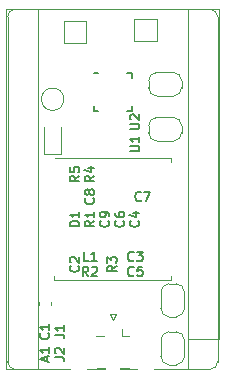
<source format=gbr>
%TF.GenerationSoftware,KiCad,Pcbnew,5.1.5+dfsg1-2~bpo10+1*%
%TF.CreationDate,Date%
%TF.ProjectId,ProMicro_GPS,50726f4d-6963-4726-9f5f-4750532e6b69,v3.1*%
%TF.SameCoordinates,Original*%
%TF.FileFunction,Legend,Top*%
%TF.FilePolarity,Positive*%
%FSLAX45Y45*%
G04 Gerber Fmt 4.5, Leading zero omitted, Abs format (unit mm)*
G04 Created by KiCad*
%MOMM*%
%LPD*%
G04 APERTURE LIST*
%ADD10C,0.100000*%
%ADD11C,0.120000*%
%ADD12C,0.150000*%
%ADD13C,0.200000*%
%ADD14O,1.600000X1.600000*%
%ADD15R,1.600000X1.600000*%
%ADD16C,1.500000*%
%ADD17R,1.500000X1.500000*%
%ADD18R,1.050000X2.200000*%
%ADD19R,1.000000X1.050000*%
%ADD20R,1.270000X3.600000*%
%ADD21R,1.350000X4.200000*%
%ADD22R,1.800000X0.700000*%
%ADD23R,1.800000X0.800000*%
G04 APERTURE END LIST*
D10*
X127000Y2857500D02*
X127000Y-63500D01*
X-1587500Y-127000D02*
G75*
G02X-1651000Y-63500I0J63500D01*
G01*
X-1651000Y2857500D02*
G75*
G02X-1587500Y2921000I63500J0D01*
G01*
X63500Y2921000D02*
G75*
G02X127000Y2857500I0J-63500D01*
G01*
X127000Y-63500D02*
G75*
G02X63500Y-127000I-63500J0D01*
G01*
X-1587500Y2921000D02*
X63500Y2921000D01*
X-1651000Y-63500D02*
X-1651000Y2857500D01*
X63500Y-127000D02*
X-1587500Y-127000D01*
D11*
X140000Y127000D02*
X140000Y2921000D01*
X-1397000Y-127000D02*
X-1397000Y2921000D01*
X-127000Y127000D02*
X140000Y127000D01*
X-127000Y-127000D02*
X-127000Y2921000D01*
X140000Y2921000D02*
X-1664000Y2921000D01*
X-1664000Y2921000D02*
X-1664000Y-127000D01*
X-1664000Y-127000D02*
X-127000Y-127000D01*
X-1175000Y2159000D02*
G75*
G03X-1175000Y2159000I-95000J0D01*
G01*
X-387500Y2386000D02*
X-247500Y2386000D01*
X-177500Y2316000D02*
X-177500Y2256000D01*
X-247500Y2186000D02*
X-387500Y2186000D01*
X-457500Y2256000D02*
X-457500Y2316000D01*
X-457500Y2316000D02*
G75*
G02X-387500Y2386000I70000J0D01*
G01*
X-387500Y2186000D02*
G75*
G02X-457500Y2256000I0J70000D01*
G01*
X-177500Y2256000D02*
G75*
G02X-247500Y2186000I-70000J0D01*
G01*
X-247500Y2386000D02*
G75*
G02X-177500Y2316000I0J-70000D01*
G01*
X-154000Y527200D02*
X-154000Y387200D01*
X-224000Y317200D02*
X-284000Y317200D01*
X-354000Y387200D02*
X-354000Y527200D01*
X-284000Y597200D02*
X-224000Y597200D01*
X-224000Y597200D02*
G75*
G02X-154000Y527200I0J-70000D01*
G01*
X-354000Y527200D02*
G75*
G02X-284000Y597200I70000J0D01*
G01*
X-284000Y317200D02*
G75*
G02X-354000Y387200I0J70000D01*
G01*
X-154000Y387200D02*
G75*
G02X-224000Y317200I-70000J0D01*
G01*
X-247500Y1805000D02*
X-387500Y1805000D01*
X-457500Y1875000D02*
X-457500Y1935000D01*
X-387500Y2005000D02*
X-247500Y2005000D01*
X-177500Y1935000D02*
X-177500Y1875000D01*
X-177500Y1875000D02*
G75*
G02X-247500Y1805000I-70000J0D01*
G01*
X-247500Y2005000D02*
G75*
G02X-177500Y1935000I0J-70000D01*
G01*
X-457500Y1935000D02*
G75*
G02X-387500Y2005000I70000J0D01*
G01*
X-387500Y1805000D02*
G75*
G02X-457500Y1875000I0J70000D01*
G01*
X-387600Y2648200D02*
X-577600Y2648200D01*
X-387600Y2838200D02*
X-387600Y2648200D01*
X-577600Y2838200D02*
X-387600Y2838200D01*
X-577600Y2648200D02*
X-577600Y2838200D01*
X-1174500Y2635500D02*
X-1174500Y2825500D01*
X-984500Y2635500D02*
X-1174500Y2635500D01*
X-984500Y2825500D02*
X-984500Y2635500D01*
X-1174500Y2825500D02*
X-984500Y2825500D01*
D12*
X-922000Y2382500D02*
X-882000Y2382500D01*
X-602000Y2382500D02*
X-642000Y2382500D01*
X-602000Y2382500D02*
X-602000Y2342500D01*
X-602000Y2062500D02*
X-642000Y2062500D01*
X-602000Y2062500D02*
X-602000Y2102500D01*
X-922000Y2062500D02*
X-882000Y2062500D01*
X-922000Y2062500D02*
X-922000Y2102500D01*
D11*
X-154000Y120800D02*
X-154000Y-19200D01*
X-224000Y-89200D02*
X-284000Y-89200D01*
X-354000Y-19200D02*
X-354000Y120800D01*
X-284000Y190800D02*
X-224000Y190800D01*
X-224000Y190800D02*
G75*
G02X-154000Y120800I0J-70000D01*
G01*
X-354000Y120800D02*
G75*
G02X-284000Y190800I70000J0D01*
G01*
X-284000Y-89200D02*
G75*
G02X-354000Y-19200I0J70000D01*
G01*
X-154000Y-19200D02*
G75*
G02X-224000Y-89200I-70000J0D01*
G01*
X-627000Y-120000D02*
X-897000Y-120000D01*
X-686000Y152000D02*
X-686000Y215000D01*
X-902000Y152000D02*
X-838000Y152000D01*
X-622000Y152000D02*
X-686000Y152000D01*
X-1196500Y1693000D02*
X-1196500Y1921500D01*
X-1343500Y1693000D02*
X-1196500Y1693000D01*
X-1343500Y1921500D02*
X-1343500Y1693000D01*
X-1384500Y445528D02*
X-1384500Y412972D01*
X-1282500Y445528D02*
X-1282500Y412972D01*
X-762000Y289500D02*
X-737000Y339500D01*
X-737000Y339500D02*
X-787000Y339500D01*
X-787000Y339500D02*
X-762000Y289500D01*
X-1247000Y1659000D02*
X-266000Y1659000D01*
X-1258000Y627000D02*
X-266000Y627000D01*
X-266000Y661000D02*
X-266000Y627000D01*
X-1258000Y661000D02*
X-1258000Y627000D01*
X-266000Y1659000D02*
X-266000Y1625000D01*
D13*
X-1320167Y-57143D02*
X-1320167Y-19048D01*
X-1297310Y-64762D02*
X-1377310Y-38095D01*
X-1297310Y-11428D01*
X-1297310Y57143D02*
X-1297310Y11429D01*
X-1297310Y34286D02*
X-1377310Y34286D01*
X-1365881Y26667D01*
X-1358262Y19048D01*
X-1354452Y11429D01*
X-796929Y1129667D02*
X-793119Y1125857D01*
X-789310Y1114429D01*
X-789310Y1106810D01*
X-793119Y1095381D01*
X-800738Y1087762D01*
X-808357Y1083952D01*
X-823595Y1080143D01*
X-835024Y1080143D01*
X-850262Y1083952D01*
X-857881Y1087762D01*
X-865500Y1095381D01*
X-869310Y1106810D01*
X-869310Y1114429D01*
X-865500Y1125857D01*
X-861690Y1129667D01*
X-789310Y1167762D02*
X-789310Y1183000D01*
X-793119Y1190619D01*
X-796929Y1194429D01*
X-808357Y1202048D01*
X-823595Y1205857D01*
X-854071Y1205857D01*
X-861690Y1202048D01*
X-865500Y1198238D01*
X-869310Y1190619D01*
X-869310Y1175381D01*
X-865500Y1167762D01*
X-861690Y1163952D01*
X-854071Y1160143D01*
X-835024Y1160143D01*
X-827405Y1163952D01*
X-823595Y1167762D01*
X-819786Y1175381D01*
X-819786Y1190619D01*
X-823595Y1198238D01*
X-827405Y1202048D01*
X-835024Y1205857D01*
X-923929Y1320167D02*
X-920119Y1316357D01*
X-916310Y1304929D01*
X-916310Y1297310D01*
X-920119Y1285881D01*
X-927738Y1278262D01*
X-935357Y1274452D01*
X-950595Y1270643D01*
X-962024Y1270643D01*
X-977262Y1274452D01*
X-984881Y1278262D01*
X-992500Y1285881D01*
X-996310Y1297310D01*
X-996310Y1304929D01*
X-992500Y1316357D01*
X-988690Y1320167D01*
X-962024Y1365881D02*
X-965833Y1358262D01*
X-969643Y1354452D01*
X-977262Y1350643D01*
X-981071Y1350643D01*
X-988690Y1354452D01*
X-992500Y1358262D01*
X-996310Y1365881D01*
X-996310Y1381119D01*
X-992500Y1388738D01*
X-988690Y1392548D01*
X-981071Y1396357D01*
X-977262Y1396357D01*
X-969643Y1392548D01*
X-965833Y1388738D01*
X-962024Y1381119D01*
X-962024Y1365881D01*
X-958214Y1358262D01*
X-954405Y1354452D01*
X-946786Y1350643D01*
X-931548Y1350643D01*
X-923929Y1354452D01*
X-920119Y1358262D01*
X-916310Y1365881D01*
X-916310Y1381119D01*
X-920119Y1388738D01*
X-923929Y1392548D01*
X-931548Y1396357D01*
X-946786Y1396357D01*
X-954405Y1392548D01*
X-958214Y1388738D01*
X-962024Y1381119D01*
X-916310Y1510667D02*
X-954405Y1484000D01*
X-916310Y1464952D02*
X-996310Y1464952D01*
X-996310Y1495429D01*
X-992500Y1503048D01*
X-988690Y1506857D01*
X-981071Y1510667D01*
X-969643Y1510667D01*
X-962024Y1506857D01*
X-958214Y1503048D01*
X-954405Y1495429D01*
X-954405Y1464952D01*
X-969643Y1579238D02*
X-916310Y1579238D01*
X-1000119Y1560190D02*
X-942976Y1541143D01*
X-942976Y1590667D01*
X-521333Y1304929D02*
X-525143Y1301119D01*
X-536572Y1297310D01*
X-544191Y1297310D01*
X-555619Y1301119D01*
X-563238Y1308738D01*
X-567048Y1316357D01*
X-570857Y1331595D01*
X-570857Y1343024D01*
X-567048Y1358262D01*
X-563238Y1365881D01*
X-555619Y1373500D01*
X-544191Y1377310D01*
X-536572Y1377310D01*
X-525143Y1373500D01*
X-521333Y1369691D01*
X-494667Y1377310D02*
X-441333Y1377310D01*
X-475619Y1297310D01*
X-1050929Y748667D02*
X-1047119Y744857D01*
X-1043310Y733429D01*
X-1043310Y725810D01*
X-1047119Y714381D01*
X-1054738Y706762D01*
X-1062357Y702952D01*
X-1077595Y699143D01*
X-1089024Y699143D01*
X-1104262Y702952D01*
X-1111881Y706762D01*
X-1119500Y714381D01*
X-1123310Y725810D01*
X-1123310Y733429D01*
X-1119500Y744857D01*
X-1115691Y748667D01*
X-1115691Y779143D02*
X-1119500Y782952D01*
X-1123310Y790571D01*
X-1123310Y809619D01*
X-1119500Y817238D01*
X-1115691Y821048D01*
X-1108072Y824857D01*
X-1100452Y824857D01*
X-1089024Y821048D01*
X-1043310Y775333D01*
X-1043310Y824857D01*
X-1043310Y1510667D02*
X-1081405Y1484000D01*
X-1043310Y1464952D02*
X-1123310Y1464952D01*
X-1123310Y1495429D01*
X-1119500Y1503048D01*
X-1115691Y1506857D01*
X-1108072Y1510667D01*
X-1096643Y1510667D01*
X-1089024Y1506857D01*
X-1085214Y1503048D01*
X-1081405Y1495429D01*
X-1081405Y1464952D01*
X-1123310Y1583048D02*
X-1123310Y1544952D01*
X-1085214Y1541143D01*
X-1089024Y1544952D01*
X-1092833Y1552571D01*
X-1092833Y1571619D01*
X-1089024Y1579238D01*
X-1085214Y1583048D01*
X-1077595Y1586857D01*
X-1058548Y1586857D01*
X-1050929Y1583048D01*
X-1047119Y1579238D01*
X-1043310Y1571619D01*
X-1043310Y1552571D01*
X-1047119Y1544952D01*
X-1050929Y1541143D01*
X-669929Y1129667D02*
X-666119Y1125857D01*
X-662310Y1114429D01*
X-662310Y1106810D01*
X-666119Y1095381D01*
X-673738Y1087762D01*
X-681357Y1083952D01*
X-696595Y1080143D01*
X-708024Y1080143D01*
X-723262Y1083952D01*
X-730881Y1087762D01*
X-738500Y1095381D01*
X-742310Y1106810D01*
X-742310Y1114429D01*
X-738500Y1125857D01*
X-734690Y1129667D01*
X-742310Y1198238D02*
X-742310Y1183000D01*
X-738500Y1175381D01*
X-734690Y1171572D01*
X-723262Y1163952D01*
X-708024Y1160143D01*
X-677548Y1160143D01*
X-669929Y1163952D01*
X-666119Y1167762D01*
X-662310Y1175381D01*
X-662310Y1190619D01*
X-666119Y1198238D01*
X-669929Y1202048D01*
X-677548Y1205857D01*
X-696595Y1205857D01*
X-704214Y1202048D01*
X-708024Y1198238D01*
X-711833Y1190619D01*
X-711833Y1175381D01*
X-708024Y1167762D01*
X-704214Y1163952D01*
X-696595Y1160143D01*
X-542929Y1129667D02*
X-539119Y1125857D01*
X-535310Y1114429D01*
X-535310Y1106810D01*
X-539119Y1095381D01*
X-546738Y1087762D01*
X-554357Y1083952D01*
X-569595Y1080143D01*
X-581024Y1080143D01*
X-596262Y1083952D01*
X-603881Y1087762D01*
X-611500Y1095381D01*
X-615310Y1106810D01*
X-615310Y1114429D01*
X-611500Y1125857D01*
X-607691Y1129667D01*
X-588643Y1198238D02*
X-535310Y1198238D01*
X-619119Y1179191D02*
X-561976Y1160143D01*
X-561976Y1209667D01*
X-615310Y1907548D02*
X-550548Y1907548D01*
X-542929Y1911357D01*
X-539119Y1915167D01*
X-535310Y1922786D01*
X-535310Y1938024D01*
X-539119Y1945643D01*
X-542929Y1949452D01*
X-550548Y1953262D01*
X-615310Y1953262D01*
X-607691Y1987548D02*
X-611500Y1991357D01*
X-615310Y1998976D01*
X-615310Y2018024D01*
X-611500Y2025643D01*
X-607691Y2029452D01*
X-600072Y2033262D01*
X-592452Y2033262D01*
X-581024Y2029452D01*
X-535310Y1983738D01*
X-535310Y2033262D01*
X-1250310Y163833D02*
X-1193167Y163833D01*
X-1181738Y160024D01*
X-1174119Y152405D01*
X-1170310Y140976D01*
X-1170310Y133357D01*
X-1170310Y243833D02*
X-1170310Y198119D01*
X-1170310Y220976D02*
X-1250310Y220976D01*
X-1238881Y213357D01*
X-1231262Y205738D01*
X-1227452Y198119D01*
X-916310Y1129667D02*
X-954405Y1103000D01*
X-916310Y1083952D02*
X-996310Y1083952D01*
X-996310Y1114429D01*
X-992500Y1122048D01*
X-988690Y1125857D01*
X-981071Y1129667D01*
X-969643Y1129667D01*
X-962024Y1125857D01*
X-958214Y1122048D01*
X-954405Y1114429D01*
X-954405Y1083952D01*
X-916310Y1205857D02*
X-916310Y1160143D01*
X-916310Y1183000D02*
X-996310Y1183000D01*
X-984881Y1175381D01*
X-977262Y1167762D01*
X-973452Y1160143D01*
X-1043310Y1083952D02*
X-1123310Y1083952D01*
X-1123310Y1103000D01*
X-1119500Y1114429D01*
X-1111881Y1122048D01*
X-1104262Y1125857D01*
X-1089024Y1129667D01*
X-1077595Y1129667D01*
X-1062357Y1125857D01*
X-1054738Y1122048D01*
X-1047119Y1114429D01*
X-1043310Y1103000D01*
X-1043310Y1083952D01*
X-1043310Y1205857D02*
X-1043310Y1160143D01*
X-1043310Y1183000D02*
X-1123310Y1183000D01*
X-1111881Y1175381D01*
X-1104262Y1167762D01*
X-1100452Y1160143D01*
X-1304929Y177167D02*
X-1301119Y173357D01*
X-1297310Y161929D01*
X-1297310Y154310D01*
X-1301119Y142881D01*
X-1308738Y135262D01*
X-1316357Y131452D01*
X-1331595Y127643D01*
X-1343024Y127643D01*
X-1358262Y131452D01*
X-1365881Y135262D01*
X-1373500Y142881D01*
X-1377310Y154310D01*
X-1377310Y161929D01*
X-1373500Y173357D01*
X-1369691Y177167D01*
X-1297310Y253357D02*
X-1297310Y207643D01*
X-1297310Y230500D02*
X-1377310Y230500D01*
X-1365881Y222881D01*
X-1358262Y215262D01*
X-1354452Y207643D01*
X-968133Y662310D02*
X-994800Y700405D01*
X-1013848Y662310D02*
X-1013848Y742310D01*
X-983371Y742310D01*
X-975752Y738500D01*
X-971943Y734690D01*
X-968133Y727071D01*
X-968133Y715643D01*
X-971943Y708024D01*
X-975752Y704214D01*
X-983371Y700405D01*
X-1013848Y700405D01*
X-937657Y734690D02*
X-933848Y738500D01*
X-926229Y742310D01*
X-907181Y742310D01*
X-899562Y738500D01*
X-895752Y734690D01*
X-891943Y727071D01*
X-891943Y719452D01*
X-895752Y708024D01*
X-941467Y662310D01*
X-891943Y662310D01*
X-965833Y789310D02*
X-1003929Y789310D01*
X-1003929Y869310D01*
X-897262Y789310D02*
X-942976Y789310D01*
X-920119Y789310D02*
X-920119Y869310D01*
X-927738Y857881D01*
X-935357Y850262D01*
X-942976Y846452D01*
X-725810Y748667D02*
X-763905Y722000D01*
X-725810Y702952D02*
X-805810Y702952D01*
X-805810Y733429D01*
X-802000Y741048D01*
X-798190Y744857D01*
X-790571Y748667D01*
X-779143Y748667D01*
X-771524Y744857D01*
X-767714Y741048D01*
X-763905Y733429D01*
X-763905Y702952D01*
X-805810Y775333D02*
X-805810Y824857D01*
X-775333Y798190D01*
X-775333Y809619D01*
X-771524Y817238D01*
X-767714Y821048D01*
X-760095Y824857D01*
X-741048Y824857D01*
X-733429Y821048D01*
X-729619Y817238D01*
X-725810Y809619D01*
X-725810Y786762D01*
X-729619Y779143D01*
X-733429Y775333D01*
X-584833Y669929D02*
X-588643Y666119D01*
X-600072Y662310D01*
X-607691Y662310D01*
X-619119Y666119D01*
X-626738Y673738D01*
X-630548Y681357D01*
X-634357Y696595D01*
X-634357Y708024D01*
X-630548Y723262D01*
X-626738Y730881D01*
X-619119Y738500D01*
X-607691Y742310D01*
X-600072Y742310D01*
X-588643Y738500D01*
X-584833Y734690D01*
X-512452Y742310D02*
X-550548Y742310D01*
X-554357Y704214D01*
X-550548Y708024D01*
X-542929Y711833D01*
X-523881Y711833D01*
X-516262Y708024D01*
X-512452Y704214D01*
X-508643Y696595D01*
X-508643Y677548D01*
X-512452Y669929D01*
X-516262Y666119D01*
X-523881Y662310D01*
X-542929Y662310D01*
X-550548Y666119D01*
X-554357Y669929D01*
X-584833Y796929D02*
X-588643Y793119D01*
X-600072Y789310D01*
X-607691Y789310D01*
X-619119Y793119D01*
X-626738Y800738D01*
X-630548Y808357D01*
X-634357Y823595D01*
X-634357Y835024D01*
X-630548Y850262D01*
X-626738Y857881D01*
X-619119Y865500D01*
X-607691Y869310D01*
X-600072Y869310D01*
X-588643Y865500D01*
X-584833Y861690D01*
X-558167Y869310D02*
X-508643Y869310D01*
X-535310Y838833D01*
X-523881Y838833D01*
X-516262Y835024D01*
X-512452Y831214D01*
X-508643Y823595D01*
X-508643Y804548D01*
X-512452Y796929D01*
X-516262Y793119D01*
X-523881Y789310D01*
X-546738Y789310D01*
X-554357Y793119D01*
X-558167Y796929D01*
X-1250310Y-26667D02*
X-1193167Y-26667D01*
X-1181738Y-30476D01*
X-1174119Y-38095D01*
X-1170310Y-49524D01*
X-1170310Y-57143D01*
X-1242691Y7619D02*
X-1246500Y11429D01*
X-1250310Y19048D01*
X-1250310Y38095D01*
X-1246500Y45714D01*
X-1242691Y49524D01*
X-1235072Y53333D01*
X-1227452Y53333D01*
X-1216024Y49524D01*
X-1170310Y3810D01*
X-1170310Y53333D01*
X-615310Y1717048D02*
X-550548Y1717048D01*
X-542929Y1720857D01*
X-539119Y1724667D01*
X-535310Y1732286D01*
X-535310Y1747524D01*
X-539119Y1755143D01*
X-542929Y1758952D01*
X-550548Y1762762D01*
X-615310Y1762762D01*
X-535310Y1842762D02*
X-535310Y1797048D01*
X-535310Y1819905D02*
X-615310Y1819905D01*
X-603881Y1812286D01*
X-596262Y1804667D01*
X-592452Y1797048D01*
%LPC*%
D14*
X-1524000Y0D03*
X-1524000Y254000D03*
X-1524000Y508000D03*
X0Y2794000D03*
X-1524000Y762000D03*
X0Y2540000D03*
X-1524000Y1016000D03*
X0Y2286000D03*
X-1524000Y1270000D03*
X0Y2032000D03*
X-1524000Y1524000D03*
X0Y1778000D03*
X-1524000Y1778000D03*
X0Y1524000D03*
X-1524000Y2032000D03*
X0Y1270000D03*
X-1524000Y2286000D03*
X0Y1016000D03*
X-1524000Y2540000D03*
X0Y762000D03*
X-1524000Y2794000D03*
X0Y508000D03*
X0Y254000D03*
D15*
X0Y0D03*
D12*
G36*
X-933804Y1822429D02*
G01*
X-932372Y1822217D01*
X-930968Y1821865D01*
X-929605Y1821377D01*
X-928297Y1820758D01*
X-927055Y1820014D01*
X-925893Y1819152D01*
X-924820Y1818180D01*
X-923848Y1817107D01*
X-922986Y1815945D01*
X-922242Y1814703D01*
X-921623Y1813395D01*
X-921135Y1812032D01*
X-920783Y1810628D01*
X-920571Y1809196D01*
X-920500Y1807750D01*
X-920500Y1778250D01*
X-920571Y1776804D01*
X-920783Y1775372D01*
X-921135Y1773968D01*
X-921623Y1772605D01*
X-922242Y1771297D01*
X-922986Y1770055D01*
X-923848Y1768893D01*
X-924820Y1767820D01*
X-925893Y1766848D01*
X-927055Y1765986D01*
X-928297Y1765242D01*
X-929605Y1764623D01*
X-930968Y1764135D01*
X-932372Y1763783D01*
X-933804Y1763571D01*
X-935250Y1763500D01*
X-969750Y1763500D01*
X-971196Y1763571D01*
X-972628Y1763783D01*
X-974032Y1764135D01*
X-975395Y1764623D01*
X-976703Y1765242D01*
X-977945Y1765986D01*
X-979107Y1766848D01*
X-980180Y1767820D01*
X-981152Y1768893D01*
X-982014Y1770055D01*
X-982758Y1771297D01*
X-983377Y1772605D01*
X-983865Y1773968D01*
X-984217Y1775372D01*
X-984429Y1776804D01*
X-984500Y1778250D01*
X-984500Y1807750D01*
X-984429Y1809196D01*
X-984217Y1810628D01*
X-983865Y1812032D01*
X-983377Y1813395D01*
X-982758Y1814703D01*
X-982014Y1815945D01*
X-981152Y1817107D01*
X-980180Y1818180D01*
X-979107Y1819152D01*
X-977945Y1820014D01*
X-976703Y1820758D01*
X-975395Y1821377D01*
X-974032Y1821865D01*
X-972628Y1822217D01*
X-971196Y1822429D01*
X-969750Y1822500D01*
X-935250Y1822500D01*
X-933804Y1822429D01*
G37*
G36*
X-933804Y1919429D02*
G01*
X-932372Y1919217D01*
X-930968Y1918865D01*
X-929605Y1918377D01*
X-928297Y1917758D01*
X-927055Y1917014D01*
X-925893Y1916152D01*
X-924820Y1915180D01*
X-923848Y1914107D01*
X-922986Y1912945D01*
X-922242Y1911703D01*
X-921623Y1910395D01*
X-921135Y1909032D01*
X-920783Y1907628D01*
X-920571Y1906196D01*
X-920500Y1904750D01*
X-920500Y1875250D01*
X-920571Y1873804D01*
X-920783Y1872372D01*
X-921135Y1870968D01*
X-921623Y1869605D01*
X-922242Y1868297D01*
X-922986Y1867055D01*
X-923848Y1865893D01*
X-924820Y1864820D01*
X-925893Y1863848D01*
X-927055Y1862986D01*
X-928297Y1862242D01*
X-929605Y1861623D01*
X-930968Y1861135D01*
X-932372Y1860783D01*
X-933804Y1860571D01*
X-935250Y1860500D01*
X-969750Y1860500D01*
X-971196Y1860571D01*
X-972628Y1860783D01*
X-974032Y1861135D01*
X-975395Y1861623D01*
X-976703Y1862242D01*
X-977945Y1862986D01*
X-979107Y1863848D01*
X-980180Y1864820D01*
X-981152Y1865893D01*
X-982014Y1867055D01*
X-982758Y1868297D01*
X-983377Y1869605D01*
X-983865Y1870968D01*
X-984217Y1872372D01*
X-984429Y1873804D01*
X-984500Y1875250D01*
X-984500Y1904750D01*
X-984429Y1906196D01*
X-984217Y1907628D01*
X-983865Y1909032D01*
X-983377Y1910395D01*
X-982758Y1911703D01*
X-982014Y1912945D01*
X-981152Y1914107D01*
X-980180Y1915180D01*
X-979107Y1916152D01*
X-977945Y1917014D01*
X-976703Y1917758D01*
X-975395Y1918377D01*
X-974032Y1918865D01*
X-972628Y1919217D01*
X-971196Y1919429D01*
X-969750Y1919500D01*
X-935250Y1919500D01*
X-933804Y1919429D01*
G37*
D16*
X-1270000Y2159000D03*
D12*
G36*
X-252500Y2360940D02*
G01*
X-250047Y2360940D01*
X-245163Y2360459D01*
X-240351Y2359502D01*
X-235655Y2358077D01*
X-231122Y2356200D01*
X-226795Y2353886D01*
X-222715Y2351160D01*
X-218922Y2348048D01*
X-215452Y2344578D01*
X-212340Y2340785D01*
X-209614Y2336705D01*
X-207300Y2332378D01*
X-205423Y2327845D01*
X-203998Y2323149D01*
X-203041Y2318337D01*
X-202560Y2313453D01*
X-202560Y2311000D01*
X-202500Y2311000D01*
X-202500Y2261000D01*
X-202560Y2261000D01*
X-202560Y2258547D01*
X-203041Y2253664D01*
X-203998Y2248851D01*
X-205423Y2244156D01*
X-207300Y2239622D01*
X-209614Y2235295D01*
X-212340Y2231215D01*
X-215452Y2227422D01*
X-218922Y2223952D01*
X-222715Y2220840D01*
X-226795Y2218114D01*
X-231122Y2215801D01*
X-235655Y2213923D01*
X-240351Y2212498D01*
X-245163Y2211541D01*
X-250047Y2211060D01*
X-252500Y2211060D01*
X-252500Y2211000D01*
X-302500Y2211000D01*
X-302500Y2361000D01*
X-252500Y2361000D01*
X-252500Y2360940D01*
G37*
G36*
X-332500Y2211000D02*
G01*
X-382500Y2211000D01*
X-382500Y2211060D01*
X-384953Y2211060D01*
X-389836Y2211541D01*
X-394649Y2212498D01*
X-399344Y2213923D01*
X-403878Y2215801D01*
X-408205Y2218114D01*
X-412285Y2220840D01*
X-416078Y2223952D01*
X-419548Y2227422D01*
X-422660Y2231215D01*
X-425386Y2235295D01*
X-427699Y2239622D01*
X-429577Y2244156D01*
X-431002Y2248851D01*
X-431959Y2253664D01*
X-432440Y2258547D01*
X-432440Y2261000D01*
X-432500Y2261000D01*
X-432500Y2311000D01*
X-432440Y2311000D01*
X-432440Y2313453D01*
X-431959Y2318337D01*
X-431002Y2323149D01*
X-429577Y2327845D01*
X-427699Y2332378D01*
X-425386Y2336705D01*
X-422660Y2340785D01*
X-419548Y2344578D01*
X-416078Y2348048D01*
X-412285Y2351160D01*
X-408205Y2353886D01*
X-403878Y2356200D01*
X-399344Y2358077D01*
X-394649Y2359502D01*
X-389836Y2360459D01*
X-384953Y2360940D01*
X-382500Y2360940D01*
X-382500Y2361000D01*
X-332500Y2361000D01*
X-332500Y2211000D01*
G37*
G36*
X-329000Y472200D02*
G01*
X-329000Y522200D01*
X-328940Y522200D01*
X-328940Y524653D01*
X-328459Y529537D01*
X-327502Y534349D01*
X-326077Y539045D01*
X-324200Y543578D01*
X-321886Y547905D01*
X-319160Y551985D01*
X-316048Y555778D01*
X-312578Y559248D01*
X-308785Y562360D01*
X-304705Y565086D01*
X-300378Y567400D01*
X-295845Y569277D01*
X-291149Y570702D01*
X-286337Y571659D01*
X-281453Y572140D01*
X-279000Y572140D01*
X-279000Y572200D01*
X-229000Y572200D01*
X-229000Y572140D01*
X-226547Y572140D01*
X-221663Y571659D01*
X-216851Y570702D01*
X-212155Y569277D01*
X-207622Y567400D01*
X-203295Y565086D01*
X-199215Y562360D01*
X-195422Y559248D01*
X-191952Y555778D01*
X-188840Y551985D01*
X-186114Y547905D01*
X-183800Y543578D01*
X-181923Y539045D01*
X-180498Y534349D01*
X-179541Y529537D01*
X-179060Y524653D01*
X-179060Y522200D01*
X-179000Y522200D01*
X-179000Y472200D01*
X-329000Y472200D01*
G37*
G36*
X-179060Y392200D02*
G01*
X-179060Y389747D01*
X-179541Y384863D01*
X-180498Y380051D01*
X-181923Y375355D01*
X-183800Y370822D01*
X-186114Y366495D01*
X-188840Y362415D01*
X-191952Y358622D01*
X-195422Y355152D01*
X-199215Y352040D01*
X-203295Y349314D01*
X-207622Y347001D01*
X-212155Y345123D01*
X-216851Y343698D01*
X-221663Y342741D01*
X-226547Y342260D01*
X-229000Y342260D01*
X-229000Y342200D01*
X-279000Y342200D01*
X-279000Y342260D01*
X-281453Y342260D01*
X-286337Y342741D01*
X-291149Y343698D01*
X-295845Y345123D01*
X-300378Y347001D01*
X-304705Y349314D01*
X-308785Y352040D01*
X-312578Y355152D01*
X-316048Y358622D01*
X-319160Y362415D01*
X-321886Y366495D01*
X-324200Y370822D01*
X-326077Y375355D01*
X-327502Y380051D01*
X-328459Y384863D01*
X-328940Y389747D01*
X-328940Y392200D01*
X-329000Y392200D01*
X-329000Y442200D01*
X-179000Y442200D01*
X-179000Y392200D01*
X-179060Y392200D01*
G37*
G36*
X-1060804Y2139929D02*
G01*
X-1059372Y2139717D01*
X-1057968Y2139365D01*
X-1056605Y2138877D01*
X-1055297Y2138258D01*
X-1054055Y2137514D01*
X-1052893Y2136652D01*
X-1051820Y2135680D01*
X-1050848Y2134607D01*
X-1049986Y2133445D01*
X-1049242Y2132203D01*
X-1048623Y2130895D01*
X-1048135Y2129532D01*
X-1047783Y2128128D01*
X-1047571Y2126696D01*
X-1047500Y2125250D01*
X-1047500Y2095750D01*
X-1047571Y2094304D01*
X-1047783Y2092872D01*
X-1048135Y2091468D01*
X-1048623Y2090105D01*
X-1049242Y2088797D01*
X-1049986Y2087555D01*
X-1050848Y2086393D01*
X-1051820Y2085320D01*
X-1052893Y2084348D01*
X-1054055Y2083486D01*
X-1055297Y2082742D01*
X-1056605Y2082123D01*
X-1057968Y2081635D01*
X-1059372Y2081283D01*
X-1060804Y2081071D01*
X-1062250Y2081000D01*
X-1096750Y2081000D01*
X-1098196Y2081071D01*
X-1099628Y2081283D01*
X-1101032Y2081635D01*
X-1102395Y2082123D01*
X-1103703Y2082742D01*
X-1104945Y2083486D01*
X-1106107Y2084348D01*
X-1107180Y2085320D01*
X-1108152Y2086393D01*
X-1109014Y2087555D01*
X-1109758Y2088797D01*
X-1110377Y2090105D01*
X-1110865Y2091468D01*
X-1111217Y2092872D01*
X-1111429Y2094304D01*
X-1111500Y2095750D01*
X-1111500Y2125250D01*
X-1111429Y2126696D01*
X-1111217Y2128128D01*
X-1110865Y2129532D01*
X-1110377Y2130895D01*
X-1109758Y2132203D01*
X-1109014Y2133445D01*
X-1108152Y2134607D01*
X-1107180Y2135680D01*
X-1106107Y2136652D01*
X-1104945Y2137514D01*
X-1103703Y2138258D01*
X-1102395Y2138877D01*
X-1101032Y2139365D01*
X-1099628Y2139717D01*
X-1098196Y2139929D01*
X-1096750Y2140000D01*
X-1062250Y2140000D01*
X-1060804Y2139929D01*
G37*
G36*
X-1060804Y2236929D02*
G01*
X-1059372Y2236717D01*
X-1057968Y2236365D01*
X-1056605Y2235877D01*
X-1055297Y2235258D01*
X-1054055Y2234514D01*
X-1052893Y2233652D01*
X-1051820Y2232680D01*
X-1050848Y2231607D01*
X-1049986Y2230445D01*
X-1049242Y2229203D01*
X-1048623Y2227895D01*
X-1048135Y2226532D01*
X-1047783Y2225128D01*
X-1047571Y2223696D01*
X-1047500Y2222250D01*
X-1047500Y2192750D01*
X-1047571Y2191304D01*
X-1047783Y2189872D01*
X-1048135Y2188468D01*
X-1048623Y2187105D01*
X-1049242Y2185797D01*
X-1049986Y2184555D01*
X-1050848Y2183393D01*
X-1051820Y2182320D01*
X-1052893Y2181348D01*
X-1054055Y2180486D01*
X-1055297Y2179742D01*
X-1056605Y2179123D01*
X-1057968Y2178635D01*
X-1059372Y2178283D01*
X-1060804Y2178071D01*
X-1062250Y2178000D01*
X-1096750Y2178000D01*
X-1098196Y2178071D01*
X-1099628Y2178283D01*
X-1101032Y2178635D01*
X-1102395Y2179123D01*
X-1103703Y2179742D01*
X-1104945Y2180486D01*
X-1106107Y2181348D01*
X-1107180Y2182320D01*
X-1108152Y2183393D01*
X-1109014Y2184555D01*
X-1109758Y2185797D01*
X-1110377Y2187105D01*
X-1110865Y2188468D01*
X-1111217Y2189872D01*
X-1111429Y2191304D01*
X-1111500Y2192750D01*
X-1111500Y2222250D01*
X-1111429Y2223696D01*
X-1111217Y2225128D01*
X-1110865Y2226532D01*
X-1110377Y2227895D01*
X-1109758Y2229203D01*
X-1109014Y2230445D01*
X-1108152Y2231607D01*
X-1107180Y2232680D01*
X-1106107Y2233652D01*
X-1104945Y2234514D01*
X-1103703Y2235258D01*
X-1102395Y2235877D01*
X-1101032Y2236365D01*
X-1099628Y2236717D01*
X-1098196Y2236929D01*
X-1096750Y2237000D01*
X-1062250Y2237000D01*
X-1060804Y2236929D01*
G37*
G36*
X-1060804Y2490929D02*
G01*
X-1059372Y2490717D01*
X-1057968Y2490365D01*
X-1056605Y2489877D01*
X-1055297Y2489258D01*
X-1054055Y2488514D01*
X-1052893Y2487652D01*
X-1051820Y2486680D01*
X-1050848Y2485607D01*
X-1049986Y2484445D01*
X-1049242Y2483203D01*
X-1048623Y2481895D01*
X-1048135Y2480532D01*
X-1047783Y2479128D01*
X-1047571Y2477696D01*
X-1047500Y2476250D01*
X-1047500Y2446750D01*
X-1047571Y2445304D01*
X-1047783Y2443872D01*
X-1048135Y2442468D01*
X-1048623Y2441105D01*
X-1049242Y2439797D01*
X-1049986Y2438555D01*
X-1050848Y2437393D01*
X-1051820Y2436320D01*
X-1052893Y2435348D01*
X-1054055Y2434486D01*
X-1055297Y2433742D01*
X-1056605Y2433123D01*
X-1057968Y2432635D01*
X-1059372Y2432283D01*
X-1060804Y2432071D01*
X-1062250Y2432000D01*
X-1096750Y2432000D01*
X-1098196Y2432071D01*
X-1099628Y2432283D01*
X-1101032Y2432635D01*
X-1102395Y2433123D01*
X-1103703Y2433742D01*
X-1104945Y2434486D01*
X-1106107Y2435348D01*
X-1107180Y2436320D01*
X-1108152Y2437393D01*
X-1109014Y2438555D01*
X-1109758Y2439797D01*
X-1110377Y2441105D01*
X-1110865Y2442468D01*
X-1111217Y2443872D01*
X-1111429Y2445304D01*
X-1111500Y2446750D01*
X-1111500Y2476250D01*
X-1111429Y2477696D01*
X-1111217Y2479128D01*
X-1110865Y2480532D01*
X-1110377Y2481895D01*
X-1109758Y2483203D01*
X-1109014Y2484445D01*
X-1108152Y2485607D01*
X-1107180Y2486680D01*
X-1106107Y2487652D01*
X-1104945Y2488514D01*
X-1103703Y2489258D01*
X-1102395Y2489877D01*
X-1101032Y2490365D01*
X-1099628Y2490717D01*
X-1098196Y2490929D01*
X-1096750Y2491000D01*
X-1062250Y2491000D01*
X-1060804Y2490929D01*
G37*
G36*
X-1060804Y2393929D02*
G01*
X-1059372Y2393717D01*
X-1057968Y2393365D01*
X-1056605Y2392877D01*
X-1055297Y2392258D01*
X-1054055Y2391514D01*
X-1052893Y2390652D01*
X-1051820Y2389680D01*
X-1050848Y2388607D01*
X-1049986Y2387445D01*
X-1049242Y2386203D01*
X-1048623Y2384895D01*
X-1048135Y2383532D01*
X-1047783Y2382128D01*
X-1047571Y2380696D01*
X-1047500Y2379250D01*
X-1047500Y2349750D01*
X-1047571Y2348304D01*
X-1047783Y2346872D01*
X-1048135Y2345468D01*
X-1048623Y2344105D01*
X-1049242Y2342797D01*
X-1049986Y2341555D01*
X-1050848Y2340393D01*
X-1051820Y2339320D01*
X-1052893Y2338348D01*
X-1054055Y2337486D01*
X-1055297Y2336742D01*
X-1056605Y2336123D01*
X-1057968Y2335635D01*
X-1059372Y2335283D01*
X-1060804Y2335071D01*
X-1062250Y2335000D01*
X-1096750Y2335000D01*
X-1098196Y2335071D01*
X-1099628Y2335283D01*
X-1101032Y2335635D01*
X-1102395Y2336123D01*
X-1103703Y2336742D01*
X-1104945Y2337486D01*
X-1106107Y2338348D01*
X-1107180Y2339320D01*
X-1108152Y2340393D01*
X-1109014Y2341555D01*
X-1109758Y2342797D01*
X-1110377Y2344105D01*
X-1110865Y2345468D01*
X-1111217Y2346872D01*
X-1111429Y2348304D01*
X-1111500Y2349750D01*
X-1111500Y2379250D01*
X-1111429Y2380696D01*
X-1111217Y2382128D01*
X-1110865Y2383532D01*
X-1110377Y2384895D01*
X-1109758Y2386203D01*
X-1109014Y2387445D01*
X-1108152Y2388607D01*
X-1107180Y2389680D01*
X-1106107Y2390652D01*
X-1104945Y2391514D01*
X-1103703Y2392258D01*
X-1102395Y2392877D01*
X-1101032Y2393365D01*
X-1099628Y2393717D01*
X-1098196Y2393929D01*
X-1096750Y2394000D01*
X-1062250Y2394000D01*
X-1060804Y2393929D01*
G37*
G36*
X-303604Y2127429D02*
G01*
X-302172Y2127217D01*
X-300768Y2126865D01*
X-299405Y2126377D01*
X-298097Y2125758D01*
X-296855Y2125014D01*
X-295693Y2124152D01*
X-294620Y2123180D01*
X-293648Y2122107D01*
X-292786Y2120945D01*
X-292042Y2119703D01*
X-291423Y2118395D01*
X-290935Y2117032D01*
X-290583Y2115628D01*
X-290371Y2114196D01*
X-290300Y2112750D01*
X-290300Y2078250D01*
X-290371Y2076804D01*
X-290583Y2075372D01*
X-290935Y2073968D01*
X-291423Y2072605D01*
X-292042Y2071297D01*
X-292786Y2070055D01*
X-293648Y2068893D01*
X-294620Y2067820D01*
X-295693Y2066848D01*
X-296855Y2065986D01*
X-298097Y2065242D01*
X-299405Y2064623D01*
X-300768Y2064135D01*
X-302172Y2063783D01*
X-303604Y2063571D01*
X-305050Y2063500D01*
X-334550Y2063500D01*
X-335996Y2063571D01*
X-337428Y2063783D01*
X-338832Y2064135D01*
X-340195Y2064623D01*
X-341503Y2065242D01*
X-342745Y2065986D01*
X-343907Y2066848D01*
X-344980Y2067820D01*
X-345952Y2068893D01*
X-346814Y2070055D01*
X-347558Y2071297D01*
X-348177Y2072605D01*
X-348665Y2073968D01*
X-349017Y2075372D01*
X-349229Y2076804D01*
X-349300Y2078250D01*
X-349300Y2112750D01*
X-349229Y2114196D01*
X-349017Y2115628D01*
X-348665Y2117032D01*
X-348177Y2118395D01*
X-347558Y2119703D01*
X-346814Y2120945D01*
X-345952Y2122107D01*
X-344980Y2123180D01*
X-343907Y2124152D01*
X-342745Y2125014D01*
X-341503Y2125758D01*
X-340195Y2126377D01*
X-338832Y2126865D01*
X-337428Y2127217D01*
X-335996Y2127429D01*
X-334550Y2127500D01*
X-305050Y2127500D01*
X-303604Y2127429D01*
G37*
G36*
X-400604Y2127429D02*
G01*
X-399172Y2127217D01*
X-397768Y2126865D01*
X-396405Y2126377D01*
X-395097Y2125758D01*
X-393855Y2125014D01*
X-392693Y2124152D01*
X-391620Y2123180D01*
X-390648Y2122107D01*
X-389786Y2120945D01*
X-389042Y2119703D01*
X-388423Y2118395D01*
X-387935Y2117032D01*
X-387583Y2115628D01*
X-387371Y2114196D01*
X-387300Y2112750D01*
X-387300Y2078250D01*
X-387371Y2076804D01*
X-387583Y2075372D01*
X-387935Y2073968D01*
X-388423Y2072605D01*
X-389042Y2071297D01*
X-389786Y2070055D01*
X-390648Y2068893D01*
X-391620Y2067820D01*
X-392693Y2066848D01*
X-393855Y2065986D01*
X-395097Y2065242D01*
X-396405Y2064623D01*
X-397768Y2064135D01*
X-399172Y2063783D01*
X-400604Y2063571D01*
X-402050Y2063500D01*
X-431550Y2063500D01*
X-432996Y2063571D01*
X-434428Y2063783D01*
X-435832Y2064135D01*
X-437195Y2064623D01*
X-438503Y2065242D01*
X-439745Y2065986D01*
X-440907Y2066848D01*
X-441980Y2067820D01*
X-442952Y2068893D01*
X-443814Y2070055D01*
X-444558Y2071297D01*
X-445177Y2072605D01*
X-445665Y2073968D01*
X-446017Y2075372D01*
X-446229Y2076804D01*
X-446300Y2078250D01*
X-446300Y2112750D01*
X-446229Y2114196D01*
X-446017Y2115628D01*
X-445665Y2117032D01*
X-445177Y2118395D01*
X-444558Y2119703D01*
X-443814Y2120945D01*
X-442952Y2122107D01*
X-441980Y2123180D01*
X-440907Y2124152D01*
X-439745Y2125014D01*
X-438503Y2125758D01*
X-437195Y2126377D01*
X-435832Y2126865D01*
X-434428Y2127217D01*
X-432996Y2127429D01*
X-431550Y2127500D01*
X-402050Y2127500D01*
X-400604Y2127429D01*
G37*
G36*
X-1111604Y440429D02*
G01*
X-1110172Y440217D01*
X-1108768Y439865D01*
X-1107405Y439377D01*
X-1106097Y438758D01*
X-1104855Y438014D01*
X-1103693Y437152D01*
X-1102620Y436180D01*
X-1101648Y435107D01*
X-1100786Y433945D01*
X-1100042Y432703D01*
X-1099423Y431395D01*
X-1098935Y430032D01*
X-1098583Y428628D01*
X-1098371Y427196D01*
X-1098300Y425750D01*
X-1098300Y396250D01*
X-1098371Y394804D01*
X-1098583Y393372D01*
X-1098935Y391968D01*
X-1099423Y390605D01*
X-1100042Y389297D01*
X-1100786Y388055D01*
X-1101648Y386893D01*
X-1102620Y385820D01*
X-1103693Y384848D01*
X-1104855Y383986D01*
X-1106097Y383242D01*
X-1107405Y382623D01*
X-1108768Y382135D01*
X-1110172Y381783D01*
X-1111604Y381571D01*
X-1113050Y381500D01*
X-1147550Y381500D01*
X-1148996Y381571D01*
X-1150428Y381783D01*
X-1151832Y382135D01*
X-1153195Y382623D01*
X-1154503Y383242D01*
X-1155745Y383986D01*
X-1156907Y384848D01*
X-1157980Y385820D01*
X-1158952Y386893D01*
X-1159814Y388055D01*
X-1160558Y389297D01*
X-1161177Y390605D01*
X-1161665Y391968D01*
X-1162017Y393372D01*
X-1162229Y394804D01*
X-1162300Y396250D01*
X-1162300Y425750D01*
X-1162229Y427196D01*
X-1162017Y428628D01*
X-1161665Y430032D01*
X-1161177Y431395D01*
X-1160558Y432703D01*
X-1159814Y433945D01*
X-1158952Y435107D01*
X-1157980Y436180D01*
X-1156907Y437152D01*
X-1155745Y438014D01*
X-1154503Y438758D01*
X-1153195Y439377D01*
X-1151832Y439865D01*
X-1150428Y440217D01*
X-1148996Y440429D01*
X-1147550Y440500D01*
X-1113050Y440500D01*
X-1111604Y440429D01*
G37*
G36*
X-1111604Y537429D02*
G01*
X-1110172Y537217D01*
X-1108768Y536865D01*
X-1107405Y536377D01*
X-1106097Y535758D01*
X-1104855Y535014D01*
X-1103693Y534152D01*
X-1102620Y533180D01*
X-1101648Y532107D01*
X-1100786Y530945D01*
X-1100042Y529703D01*
X-1099423Y528395D01*
X-1098935Y527032D01*
X-1098583Y525628D01*
X-1098371Y524196D01*
X-1098300Y522750D01*
X-1098300Y493250D01*
X-1098371Y491804D01*
X-1098583Y490372D01*
X-1098935Y488968D01*
X-1099423Y487605D01*
X-1100042Y486297D01*
X-1100786Y485055D01*
X-1101648Y483893D01*
X-1102620Y482820D01*
X-1103693Y481848D01*
X-1104855Y480986D01*
X-1106097Y480242D01*
X-1107405Y479623D01*
X-1108768Y479135D01*
X-1110172Y478783D01*
X-1111604Y478571D01*
X-1113050Y478500D01*
X-1147550Y478500D01*
X-1148996Y478571D01*
X-1150428Y478783D01*
X-1151832Y479135D01*
X-1153195Y479623D01*
X-1154503Y480242D01*
X-1155745Y480986D01*
X-1156907Y481848D01*
X-1157980Y482820D01*
X-1158952Y483893D01*
X-1159814Y485055D01*
X-1160558Y486297D01*
X-1161177Y487605D01*
X-1161665Y488968D01*
X-1162017Y490372D01*
X-1162229Y491804D01*
X-1162300Y493250D01*
X-1162300Y522750D01*
X-1162229Y524196D01*
X-1162017Y525628D01*
X-1161665Y527032D01*
X-1161177Y528395D01*
X-1160558Y529703D01*
X-1159814Y530945D01*
X-1158952Y532107D01*
X-1157980Y533180D01*
X-1156907Y534152D01*
X-1155745Y535014D01*
X-1154503Y535758D01*
X-1153195Y536377D01*
X-1151832Y536865D01*
X-1150428Y537217D01*
X-1148996Y537429D01*
X-1147550Y537500D01*
X-1113050Y537500D01*
X-1111604Y537429D01*
G37*
G36*
X-382500Y1830060D02*
G01*
X-384953Y1830060D01*
X-389836Y1830541D01*
X-394649Y1831498D01*
X-399344Y1832923D01*
X-403878Y1834800D01*
X-408205Y1837114D01*
X-412285Y1839840D01*
X-416078Y1842952D01*
X-419548Y1846422D01*
X-422660Y1850215D01*
X-425386Y1854295D01*
X-427699Y1858622D01*
X-429577Y1863155D01*
X-431002Y1867851D01*
X-431959Y1872663D01*
X-432440Y1877547D01*
X-432440Y1880000D01*
X-432500Y1880000D01*
X-432500Y1930000D01*
X-432440Y1930000D01*
X-432440Y1932453D01*
X-431959Y1937336D01*
X-431002Y1942149D01*
X-429577Y1946844D01*
X-427699Y1951378D01*
X-425386Y1955705D01*
X-422660Y1959785D01*
X-419548Y1963578D01*
X-416078Y1967048D01*
X-412285Y1970160D01*
X-408205Y1972886D01*
X-403878Y1975199D01*
X-399344Y1977077D01*
X-394649Y1978502D01*
X-389836Y1979459D01*
X-384953Y1979940D01*
X-382500Y1979940D01*
X-382500Y1980000D01*
X-332500Y1980000D01*
X-332500Y1830000D01*
X-382500Y1830000D01*
X-382500Y1830060D01*
G37*
G36*
X-302500Y1980000D02*
G01*
X-252500Y1980000D01*
X-252500Y1979940D01*
X-250047Y1979940D01*
X-245163Y1979459D01*
X-240351Y1978502D01*
X-235655Y1977077D01*
X-231122Y1975199D01*
X-226795Y1972886D01*
X-222715Y1970160D01*
X-218922Y1967048D01*
X-215452Y1963578D01*
X-212340Y1959785D01*
X-209614Y1955705D01*
X-207300Y1951378D01*
X-205423Y1946844D01*
X-203998Y1942149D01*
X-203041Y1937336D01*
X-202560Y1932453D01*
X-202560Y1930000D01*
X-202500Y1930000D01*
X-202500Y1880000D01*
X-202560Y1880000D01*
X-202560Y1877547D01*
X-203041Y1872663D01*
X-203998Y1867851D01*
X-205423Y1863155D01*
X-207300Y1858622D01*
X-209614Y1854295D01*
X-212340Y1850215D01*
X-215452Y1846422D01*
X-218922Y1842952D01*
X-222715Y1839840D01*
X-226795Y1837114D01*
X-231122Y1834800D01*
X-235655Y1832923D01*
X-240351Y1831498D01*
X-245163Y1830541D01*
X-250047Y1830060D01*
X-252500Y1830060D01*
X-252500Y1830000D01*
X-302500Y1830000D01*
X-302500Y1980000D01*
G37*
D17*
X-482600Y2743200D03*
X-1079500Y2730500D03*
D12*
G36*
X-1187804Y2490929D02*
G01*
X-1186372Y2490717D01*
X-1184968Y2490365D01*
X-1183605Y2489877D01*
X-1182297Y2489258D01*
X-1181055Y2488514D01*
X-1179893Y2487652D01*
X-1178820Y2486680D01*
X-1177848Y2485607D01*
X-1176986Y2484445D01*
X-1176242Y2483203D01*
X-1175623Y2481895D01*
X-1175135Y2480532D01*
X-1174783Y2479128D01*
X-1174571Y2477696D01*
X-1174500Y2476250D01*
X-1174500Y2446750D01*
X-1174571Y2445304D01*
X-1174783Y2443872D01*
X-1175135Y2442468D01*
X-1175623Y2441105D01*
X-1176242Y2439797D01*
X-1176986Y2438555D01*
X-1177848Y2437393D01*
X-1178820Y2436320D01*
X-1179893Y2435348D01*
X-1181055Y2434486D01*
X-1182297Y2433742D01*
X-1183605Y2433123D01*
X-1184968Y2432635D01*
X-1186372Y2432283D01*
X-1187804Y2432071D01*
X-1189250Y2432000D01*
X-1223750Y2432000D01*
X-1225196Y2432071D01*
X-1226628Y2432283D01*
X-1228032Y2432635D01*
X-1229395Y2433123D01*
X-1230703Y2433742D01*
X-1231945Y2434486D01*
X-1233107Y2435348D01*
X-1234180Y2436320D01*
X-1235152Y2437393D01*
X-1236014Y2438555D01*
X-1236758Y2439797D01*
X-1237377Y2441105D01*
X-1237865Y2442468D01*
X-1238217Y2443872D01*
X-1238429Y2445304D01*
X-1238500Y2446750D01*
X-1238500Y2476250D01*
X-1238429Y2477696D01*
X-1238217Y2479128D01*
X-1237865Y2480532D01*
X-1237377Y2481895D01*
X-1236758Y2483203D01*
X-1236014Y2484445D01*
X-1235152Y2485607D01*
X-1234180Y2486680D01*
X-1233107Y2487652D01*
X-1231945Y2488514D01*
X-1230703Y2489258D01*
X-1229395Y2489877D01*
X-1228032Y2490365D01*
X-1226628Y2490717D01*
X-1225196Y2490929D01*
X-1223750Y2491000D01*
X-1189250Y2491000D01*
X-1187804Y2490929D01*
G37*
G36*
X-1187804Y2393929D02*
G01*
X-1186372Y2393717D01*
X-1184968Y2393365D01*
X-1183605Y2392877D01*
X-1182297Y2392258D01*
X-1181055Y2391514D01*
X-1179893Y2390652D01*
X-1178820Y2389680D01*
X-1177848Y2388607D01*
X-1176986Y2387445D01*
X-1176242Y2386203D01*
X-1175623Y2384895D01*
X-1175135Y2383532D01*
X-1174783Y2382128D01*
X-1174571Y2380696D01*
X-1174500Y2379250D01*
X-1174500Y2349750D01*
X-1174571Y2348304D01*
X-1174783Y2346872D01*
X-1175135Y2345468D01*
X-1175623Y2344105D01*
X-1176242Y2342797D01*
X-1176986Y2341555D01*
X-1177848Y2340393D01*
X-1178820Y2339320D01*
X-1179893Y2338348D01*
X-1181055Y2337486D01*
X-1182297Y2336742D01*
X-1183605Y2336123D01*
X-1184968Y2335635D01*
X-1186372Y2335283D01*
X-1187804Y2335071D01*
X-1189250Y2335000D01*
X-1223750Y2335000D01*
X-1225196Y2335071D01*
X-1226628Y2335283D01*
X-1228032Y2335635D01*
X-1229395Y2336123D01*
X-1230703Y2336742D01*
X-1231945Y2337486D01*
X-1233107Y2338348D01*
X-1234180Y2339320D01*
X-1235152Y2340393D01*
X-1236014Y2341555D01*
X-1236758Y2342797D01*
X-1237377Y2344105D01*
X-1237865Y2345468D01*
X-1238217Y2346872D01*
X-1238429Y2348304D01*
X-1238500Y2349750D01*
X-1238500Y2379250D01*
X-1238429Y2380696D01*
X-1238217Y2382128D01*
X-1237865Y2383532D01*
X-1237377Y2384895D01*
X-1236758Y2386203D01*
X-1236014Y2387445D01*
X-1235152Y2388607D01*
X-1234180Y2389680D01*
X-1233107Y2390652D01*
X-1231945Y2391514D01*
X-1230703Y2392258D01*
X-1229395Y2392877D01*
X-1228032Y2393365D01*
X-1226628Y2393717D01*
X-1225196Y2393929D01*
X-1223750Y2394000D01*
X-1189250Y2394000D01*
X-1187804Y2393929D01*
G37*
G36*
X-806804Y1822429D02*
G01*
X-805372Y1822217D01*
X-803968Y1821865D01*
X-802605Y1821377D01*
X-801297Y1820758D01*
X-800055Y1820014D01*
X-798893Y1819152D01*
X-797820Y1818180D01*
X-796848Y1817107D01*
X-795986Y1815945D01*
X-795242Y1814703D01*
X-794623Y1813395D01*
X-794135Y1812032D01*
X-793783Y1810628D01*
X-793571Y1809196D01*
X-793500Y1807750D01*
X-793500Y1778250D01*
X-793571Y1776804D01*
X-793783Y1775372D01*
X-794135Y1773968D01*
X-794623Y1772605D01*
X-795242Y1771297D01*
X-795986Y1770055D01*
X-796848Y1768893D01*
X-797820Y1767820D01*
X-798893Y1766848D01*
X-800055Y1765986D01*
X-801297Y1765242D01*
X-802605Y1764623D01*
X-803968Y1764135D01*
X-805372Y1763783D01*
X-806804Y1763571D01*
X-808250Y1763500D01*
X-842750Y1763500D01*
X-844196Y1763571D01*
X-845628Y1763783D01*
X-847032Y1764135D01*
X-848395Y1764623D01*
X-849703Y1765242D01*
X-850945Y1765986D01*
X-852107Y1766848D01*
X-853180Y1767820D01*
X-854152Y1768893D01*
X-855014Y1770055D01*
X-855758Y1771297D01*
X-856377Y1772605D01*
X-856865Y1773968D01*
X-857217Y1775372D01*
X-857429Y1776804D01*
X-857500Y1778250D01*
X-857500Y1807750D01*
X-857429Y1809196D01*
X-857217Y1810628D01*
X-856865Y1812032D01*
X-856377Y1813395D01*
X-855758Y1814703D01*
X-855014Y1815945D01*
X-854152Y1817107D01*
X-853180Y1818180D01*
X-852107Y1819152D01*
X-850945Y1820014D01*
X-849703Y1820758D01*
X-848395Y1821377D01*
X-847032Y1821865D01*
X-845628Y1822217D01*
X-844196Y1822429D01*
X-842750Y1822500D01*
X-808250Y1822500D01*
X-806804Y1822429D01*
G37*
G36*
X-806804Y1919429D02*
G01*
X-805372Y1919217D01*
X-803968Y1918865D01*
X-802605Y1918377D01*
X-801297Y1917758D01*
X-800055Y1917014D01*
X-798893Y1916152D01*
X-797820Y1915180D01*
X-796848Y1914107D01*
X-795986Y1912945D01*
X-795242Y1911703D01*
X-794623Y1910395D01*
X-794135Y1909032D01*
X-793783Y1907628D01*
X-793571Y1906196D01*
X-793500Y1904750D01*
X-793500Y1875250D01*
X-793571Y1873804D01*
X-793783Y1872372D01*
X-794135Y1870968D01*
X-794623Y1869605D01*
X-795242Y1868297D01*
X-795986Y1867055D01*
X-796848Y1865893D01*
X-797820Y1864820D01*
X-798893Y1863848D01*
X-800055Y1862986D01*
X-801297Y1862242D01*
X-802605Y1861623D01*
X-803968Y1861135D01*
X-805372Y1860783D01*
X-806804Y1860571D01*
X-808250Y1860500D01*
X-842750Y1860500D01*
X-844196Y1860571D01*
X-845628Y1860783D01*
X-847032Y1861135D01*
X-848395Y1861623D01*
X-849703Y1862242D01*
X-850945Y1862986D01*
X-852107Y1863848D01*
X-853180Y1864820D01*
X-854152Y1865893D01*
X-855014Y1867055D01*
X-855758Y1868297D01*
X-856377Y1869605D01*
X-856865Y1870968D01*
X-857217Y1872372D01*
X-857429Y1873804D01*
X-857500Y1875250D01*
X-857500Y1904750D01*
X-857429Y1906196D01*
X-857217Y1907628D01*
X-856865Y1909032D01*
X-856377Y1910395D01*
X-855758Y1911703D01*
X-855014Y1912945D01*
X-854152Y1914107D01*
X-853180Y1915180D01*
X-852107Y1916152D01*
X-850945Y1917014D01*
X-849703Y1917758D01*
X-848395Y1918377D01*
X-847032Y1918865D01*
X-845628Y1919217D01*
X-844196Y1919429D01*
X-842750Y1919500D01*
X-808250Y1919500D01*
X-806804Y1919429D01*
G37*
G36*
X-679804Y1822429D02*
G01*
X-678372Y1822217D01*
X-676968Y1821865D01*
X-675605Y1821377D01*
X-674297Y1820758D01*
X-673055Y1820014D01*
X-671893Y1819152D01*
X-670820Y1818180D01*
X-669848Y1817107D01*
X-668986Y1815945D01*
X-668242Y1814703D01*
X-667623Y1813395D01*
X-667135Y1812032D01*
X-666783Y1810628D01*
X-666571Y1809196D01*
X-666500Y1807750D01*
X-666500Y1778250D01*
X-666571Y1776804D01*
X-666783Y1775372D01*
X-667135Y1773968D01*
X-667623Y1772605D01*
X-668242Y1771297D01*
X-668986Y1770055D01*
X-669848Y1768893D01*
X-670820Y1767820D01*
X-671893Y1766848D01*
X-673055Y1765986D01*
X-674297Y1765242D01*
X-675605Y1764623D01*
X-676968Y1764135D01*
X-678372Y1763783D01*
X-679804Y1763571D01*
X-681250Y1763500D01*
X-715750Y1763500D01*
X-717196Y1763571D01*
X-718628Y1763783D01*
X-720032Y1764135D01*
X-721395Y1764623D01*
X-722703Y1765242D01*
X-723945Y1765986D01*
X-725107Y1766848D01*
X-726180Y1767820D01*
X-727152Y1768893D01*
X-728014Y1770055D01*
X-728758Y1771297D01*
X-729377Y1772605D01*
X-729865Y1773968D01*
X-730217Y1775372D01*
X-730429Y1776804D01*
X-730500Y1778250D01*
X-730500Y1807750D01*
X-730429Y1809196D01*
X-730217Y1810628D01*
X-729865Y1812032D01*
X-729377Y1813395D01*
X-728758Y1814703D01*
X-728014Y1815945D01*
X-727152Y1817107D01*
X-726180Y1818180D01*
X-725107Y1819152D01*
X-723945Y1820014D01*
X-722703Y1820758D01*
X-721395Y1821377D01*
X-720032Y1821865D01*
X-718628Y1822217D01*
X-717196Y1822429D01*
X-715750Y1822500D01*
X-681250Y1822500D01*
X-679804Y1822429D01*
G37*
G36*
X-679804Y1919429D02*
G01*
X-678372Y1919217D01*
X-676968Y1918865D01*
X-675605Y1918377D01*
X-674297Y1917758D01*
X-673055Y1917014D01*
X-671893Y1916152D01*
X-670820Y1915180D01*
X-669848Y1914107D01*
X-668986Y1912945D01*
X-668242Y1911703D01*
X-667623Y1910395D01*
X-667135Y1909032D01*
X-666783Y1907628D01*
X-666571Y1906196D01*
X-666500Y1904750D01*
X-666500Y1875250D01*
X-666571Y1873804D01*
X-666783Y1872372D01*
X-667135Y1870968D01*
X-667623Y1869605D01*
X-668242Y1868297D01*
X-668986Y1867055D01*
X-669848Y1865893D01*
X-670820Y1864820D01*
X-671893Y1863848D01*
X-673055Y1862986D01*
X-674297Y1862242D01*
X-675605Y1861623D01*
X-676968Y1861135D01*
X-678372Y1860783D01*
X-679804Y1860571D01*
X-681250Y1860500D01*
X-715750Y1860500D01*
X-717196Y1860571D01*
X-718628Y1860783D01*
X-720032Y1861135D01*
X-721395Y1861623D01*
X-722703Y1862242D01*
X-723945Y1862986D01*
X-725107Y1863848D01*
X-726180Y1864820D01*
X-727152Y1865893D01*
X-728014Y1867055D01*
X-728758Y1868297D01*
X-729377Y1869605D01*
X-729865Y1870968D01*
X-730217Y1872372D01*
X-730429Y1873804D01*
X-730500Y1875250D01*
X-730500Y1904750D01*
X-730429Y1906196D01*
X-730217Y1907628D01*
X-729865Y1909032D01*
X-729377Y1910395D01*
X-728758Y1911703D01*
X-728014Y1912945D01*
X-727152Y1914107D01*
X-726180Y1915180D01*
X-725107Y1916152D01*
X-723945Y1917014D01*
X-722703Y1917758D01*
X-721395Y1918377D01*
X-720032Y1918865D01*
X-718628Y1919217D01*
X-717196Y1919429D01*
X-715750Y1919500D01*
X-681250Y1919500D01*
X-679804Y1919429D01*
G37*
G36*
X-856510Y2399976D02*
G01*
X-856024Y2399904D01*
X-855549Y2399785D01*
X-855087Y2399619D01*
X-854643Y2399410D01*
X-854222Y2399157D01*
X-853828Y2398865D01*
X-853464Y2398536D01*
X-853135Y2398172D01*
X-852843Y2397778D01*
X-852590Y2397357D01*
X-852381Y2396913D01*
X-852215Y2396451D01*
X-852096Y2395976D01*
X-852024Y2395490D01*
X-852000Y2395000D01*
X-852000Y2350000D01*
X-852024Y2349510D01*
X-852096Y2349025D01*
X-852215Y2348549D01*
X-852381Y2348087D01*
X-852590Y2347643D01*
X-852843Y2347222D01*
X-853135Y2346828D01*
X-853464Y2346465D01*
X-853828Y2346135D01*
X-854222Y2345843D01*
X-854643Y2345590D01*
X-855087Y2345381D01*
X-855549Y2345215D01*
X-856024Y2345096D01*
X-856510Y2345024D01*
X-857000Y2345000D01*
X-867000Y2345000D01*
X-867490Y2345024D01*
X-867975Y2345096D01*
X-868451Y2345215D01*
X-868913Y2345381D01*
X-869357Y2345590D01*
X-869778Y2345843D01*
X-870172Y2346135D01*
X-870535Y2346465D01*
X-870865Y2346828D01*
X-871157Y2347222D01*
X-871410Y2347643D01*
X-871619Y2348087D01*
X-871785Y2348549D01*
X-871904Y2349025D01*
X-871976Y2349510D01*
X-872000Y2350000D01*
X-872000Y2395000D01*
X-871976Y2395490D01*
X-871904Y2395976D01*
X-871785Y2396451D01*
X-871619Y2396913D01*
X-871410Y2397357D01*
X-871157Y2397778D01*
X-870865Y2398172D01*
X-870535Y2398536D01*
X-870172Y2398865D01*
X-869778Y2399157D01*
X-869357Y2399410D01*
X-868913Y2399619D01*
X-868451Y2399785D01*
X-867975Y2399904D01*
X-867490Y2399976D01*
X-867000Y2400000D01*
X-857000Y2400000D01*
X-856510Y2399976D01*
G37*
G36*
X-816510Y2399976D02*
G01*
X-816024Y2399904D01*
X-815549Y2399785D01*
X-815087Y2399619D01*
X-814643Y2399410D01*
X-814222Y2399157D01*
X-813828Y2398865D01*
X-813464Y2398536D01*
X-813135Y2398172D01*
X-812843Y2397778D01*
X-812590Y2397357D01*
X-812381Y2396913D01*
X-812215Y2396451D01*
X-812096Y2395976D01*
X-812024Y2395490D01*
X-812000Y2395000D01*
X-812000Y2350000D01*
X-812024Y2349510D01*
X-812096Y2349025D01*
X-812215Y2348549D01*
X-812381Y2348087D01*
X-812590Y2347643D01*
X-812843Y2347222D01*
X-813135Y2346828D01*
X-813464Y2346465D01*
X-813828Y2346135D01*
X-814222Y2345843D01*
X-814643Y2345590D01*
X-815087Y2345381D01*
X-815549Y2345215D01*
X-816024Y2345096D01*
X-816510Y2345024D01*
X-817000Y2345000D01*
X-827000Y2345000D01*
X-827490Y2345024D01*
X-827975Y2345096D01*
X-828451Y2345215D01*
X-828913Y2345381D01*
X-829357Y2345590D01*
X-829778Y2345843D01*
X-830172Y2346135D01*
X-830535Y2346465D01*
X-830865Y2346828D01*
X-831157Y2347222D01*
X-831410Y2347643D01*
X-831619Y2348087D01*
X-831785Y2348549D01*
X-831904Y2349025D01*
X-831976Y2349510D01*
X-832000Y2350000D01*
X-832000Y2395000D01*
X-831976Y2395490D01*
X-831904Y2395976D01*
X-831785Y2396451D01*
X-831619Y2396913D01*
X-831410Y2397357D01*
X-831157Y2397778D01*
X-830865Y2398172D01*
X-830535Y2398536D01*
X-830172Y2398865D01*
X-829778Y2399157D01*
X-829357Y2399410D01*
X-828913Y2399619D01*
X-828451Y2399785D01*
X-827975Y2399904D01*
X-827490Y2399976D01*
X-827000Y2400000D01*
X-817000Y2400000D01*
X-816510Y2399976D01*
G37*
G36*
X-776510Y2399976D02*
G01*
X-776024Y2399904D01*
X-775549Y2399785D01*
X-775087Y2399619D01*
X-774643Y2399410D01*
X-774222Y2399157D01*
X-773828Y2398865D01*
X-773464Y2398536D01*
X-773135Y2398172D01*
X-772843Y2397778D01*
X-772590Y2397357D01*
X-772381Y2396913D01*
X-772215Y2396451D01*
X-772096Y2395976D01*
X-772024Y2395490D01*
X-772000Y2395000D01*
X-772000Y2350000D01*
X-772024Y2349510D01*
X-772096Y2349025D01*
X-772215Y2348549D01*
X-772381Y2348087D01*
X-772590Y2347643D01*
X-772843Y2347222D01*
X-773135Y2346828D01*
X-773464Y2346465D01*
X-773828Y2346135D01*
X-774222Y2345843D01*
X-774643Y2345590D01*
X-775087Y2345381D01*
X-775549Y2345215D01*
X-776024Y2345096D01*
X-776510Y2345024D01*
X-777000Y2345000D01*
X-787000Y2345000D01*
X-787490Y2345024D01*
X-787975Y2345096D01*
X-788451Y2345215D01*
X-788913Y2345381D01*
X-789357Y2345590D01*
X-789778Y2345843D01*
X-790172Y2346135D01*
X-790535Y2346465D01*
X-790865Y2346828D01*
X-791157Y2347222D01*
X-791410Y2347643D01*
X-791619Y2348087D01*
X-791785Y2348549D01*
X-791904Y2349025D01*
X-791976Y2349510D01*
X-792000Y2350000D01*
X-792000Y2395000D01*
X-791976Y2395490D01*
X-791904Y2395976D01*
X-791785Y2396451D01*
X-791619Y2396913D01*
X-791410Y2397357D01*
X-791157Y2397778D01*
X-790865Y2398172D01*
X-790535Y2398536D01*
X-790172Y2398865D01*
X-789778Y2399157D01*
X-789357Y2399410D01*
X-788913Y2399619D01*
X-788451Y2399785D01*
X-787975Y2399904D01*
X-787490Y2399976D01*
X-787000Y2400000D01*
X-777000Y2400000D01*
X-776510Y2399976D01*
G37*
G36*
X-736510Y2399976D02*
G01*
X-736024Y2399904D01*
X-735549Y2399785D01*
X-735087Y2399619D01*
X-734643Y2399410D01*
X-734222Y2399157D01*
X-733828Y2398865D01*
X-733464Y2398536D01*
X-733135Y2398172D01*
X-732843Y2397778D01*
X-732590Y2397357D01*
X-732381Y2396913D01*
X-732215Y2396451D01*
X-732096Y2395976D01*
X-732024Y2395490D01*
X-732000Y2395000D01*
X-732000Y2350000D01*
X-732024Y2349510D01*
X-732096Y2349025D01*
X-732215Y2348549D01*
X-732381Y2348087D01*
X-732590Y2347643D01*
X-732843Y2347222D01*
X-733135Y2346828D01*
X-733464Y2346465D01*
X-733828Y2346135D01*
X-734222Y2345843D01*
X-734643Y2345590D01*
X-735087Y2345381D01*
X-735549Y2345215D01*
X-736024Y2345096D01*
X-736510Y2345024D01*
X-737000Y2345000D01*
X-747000Y2345000D01*
X-747490Y2345024D01*
X-747975Y2345096D01*
X-748451Y2345215D01*
X-748913Y2345381D01*
X-749357Y2345590D01*
X-749778Y2345843D01*
X-750172Y2346135D01*
X-750535Y2346465D01*
X-750865Y2346828D01*
X-751157Y2347222D01*
X-751410Y2347643D01*
X-751619Y2348087D01*
X-751785Y2348549D01*
X-751904Y2349025D01*
X-751976Y2349510D01*
X-752000Y2350000D01*
X-752000Y2395000D01*
X-751976Y2395490D01*
X-751904Y2395976D01*
X-751785Y2396451D01*
X-751619Y2396913D01*
X-751410Y2397357D01*
X-751157Y2397778D01*
X-750865Y2398172D01*
X-750535Y2398536D01*
X-750172Y2398865D01*
X-749778Y2399157D01*
X-749357Y2399410D01*
X-748913Y2399619D01*
X-748451Y2399785D01*
X-747975Y2399904D01*
X-747490Y2399976D01*
X-747000Y2400000D01*
X-737000Y2400000D01*
X-736510Y2399976D01*
G37*
G36*
X-696510Y2399976D02*
G01*
X-696025Y2399904D01*
X-695549Y2399785D01*
X-695087Y2399619D01*
X-694643Y2399410D01*
X-694222Y2399157D01*
X-693828Y2398865D01*
X-693465Y2398536D01*
X-693135Y2398172D01*
X-692843Y2397778D01*
X-692590Y2397357D01*
X-692381Y2396913D01*
X-692215Y2396451D01*
X-692096Y2395976D01*
X-692024Y2395490D01*
X-692000Y2395000D01*
X-692000Y2350000D01*
X-692024Y2349510D01*
X-692096Y2349025D01*
X-692215Y2348549D01*
X-692381Y2348087D01*
X-692590Y2347643D01*
X-692843Y2347222D01*
X-693135Y2346828D01*
X-693465Y2346465D01*
X-693828Y2346135D01*
X-694222Y2345843D01*
X-694643Y2345590D01*
X-695087Y2345381D01*
X-695549Y2345215D01*
X-696025Y2345096D01*
X-696510Y2345024D01*
X-697000Y2345000D01*
X-707000Y2345000D01*
X-707490Y2345024D01*
X-707975Y2345096D01*
X-708451Y2345215D01*
X-708913Y2345381D01*
X-709357Y2345590D01*
X-709778Y2345843D01*
X-710172Y2346135D01*
X-710535Y2346465D01*
X-710865Y2346828D01*
X-711157Y2347222D01*
X-711410Y2347643D01*
X-711619Y2348087D01*
X-711785Y2348549D01*
X-711904Y2349025D01*
X-711976Y2349510D01*
X-712000Y2350000D01*
X-712000Y2395000D01*
X-711976Y2395490D01*
X-711904Y2395976D01*
X-711785Y2396451D01*
X-711619Y2396913D01*
X-711410Y2397357D01*
X-711157Y2397778D01*
X-710865Y2398172D01*
X-710535Y2398536D01*
X-710172Y2398865D01*
X-709778Y2399157D01*
X-709357Y2399410D01*
X-708913Y2399619D01*
X-708451Y2399785D01*
X-707975Y2399904D01*
X-707490Y2399976D01*
X-707000Y2400000D01*
X-697000Y2400000D01*
X-696510Y2399976D01*
G37*
G36*
X-656510Y2399976D02*
G01*
X-656025Y2399904D01*
X-655549Y2399785D01*
X-655087Y2399619D01*
X-654643Y2399410D01*
X-654222Y2399157D01*
X-653828Y2398865D01*
X-653465Y2398536D01*
X-653135Y2398172D01*
X-652843Y2397778D01*
X-652590Y2397357D01*
X-652381Y2396913D01*
X-652215Y2396451D01*
X-652096Y2395976D01*
X-652024Y2395490D01*
X-652000Y2395000D01*
X-652000Y2350000D01*
X-652024Y2349510D01*
X-652096Y2349025D01*
X-652215Y2348549D01*
X-652381Y2348087D01*
X-652590Y2347643D01*
X-652843Y2347222D01*
X-653135Y2346828D01*
X-653465Y2346465D01*
X-653828Y2346135D01*
X-654222Y2345843D01*
X-654643Y2345590D01*
X-655087Y2345381D01*
X-655549Y2345215D01*
X-656025Y2345096D01*
X-656510Y2345024D01*
X-657000Y2345000D01*
X-667000Y2345000D01*
X-667490Y2345024D01*
X-667976Y2345096D01*
X-668451Y2345215D01*
X-668913Y2345381D01*
X-669357Y2345590D01*
X-669778Y2345843D01*
X-670172Y2346135D01*
X-670536Y2346465D01*
X-670865Y2346828D01*
X-671157Y2347222D01*
X-671410Y2347643D01*
X-671619Y2348087D01*
X-671785Y2348549D01*
X-671904Y2349025D01*
X-671976Y2349510D01*
X-672000Y2350000D01*
X-672000Y2395000D01*
X-671976Y2395490D01*
X-671904Y2395976D01*
X-671785Y2396451D01*
X-671619Y2396913D01*
X-671410Y2397357D01*
X-671157Y2397778D01*
X-670865Y2398172D01*
X-670536Y2398536D01*
X-670172Y2398865D01*
X-669778Y2399157D01*
X-669357Y2399410D01*
X-668913Y2399619D01*
X-668451Y2399785D01*
X-667976Y2399904D01*
X-667490Y2399976D01*
X-667000Y2400000D01*
X-657000Y2400000D01*
X-656510Y2399976D01*
G37*
G36*
X-589010Y2332476D02*
G01*
X-588525Y2332404D01*
X-588049Y2332285D01*
X-587587Y2332119D01*
X-587143Y2331910D01*
X-586722Y2331657D01*
X-586328Y2331365D01*
X-585965Y2331036D01*
X-585635Y2330672D01*
X-585343Y2330278D01*
X-585090Y2329857D01*
X-584881Y2329413D01*
X-584715Y2328951D01*
X-584596Y2328476D01*
X-584524Y2327990D01*
X-584500Y2327500D01*
X-584500Y2317500D01*
X-584524Y2317010D01*
X-584596Y2316525D01*
X-584715Y2316049D01*
X-584881Y2315587D01*
X-585090Y2315143D01*
X-585343Y2314722D01*
X-585635Y2314328D01*
X-585965Y2313965D01*
X-586328Y2313635D01*
X-586722Y2313343D01*
X-587143Y2313090D01*
X-587587Y2312881D01*
X-588049Y2312715D01*
X-588525Y2312596D01*
X-589010Y2312524D01*
X-589500Y2312500D01*
X-634500Y2312500D01*
X-634990Y2312524D01*
X-635476Y2312596D01*
X-635951Y2312715D01*
X-636413Y2312881D01*
X-636857Y2313090D01*
X-637278Y2313343D01*
X-637672Y2313635D01*
X-638036Y2313965D01*
X-638365Y2314328D01*
X-638657Y2314722D01*
X-638910Y2315143D01*
X-639119Y2315587D01*
X-639285Y2316049D01*
X-639404Y2316525D01*
X-639476Y2317010D01*
X-639500Y2317500D01*
X-639500Y2327500D01*
X-639476Y2327990D01*
X-639404Y2328476D01*
X-639285Y2328951D01*
X-639119Y2329413D01*
X-638910Y2329857D01*
X-638657Y2330278D01*
X-638365Y2330672D01*
X-638036Y2331036D01*
X-637672Y2331365D01*
X-637278Y2331657D01*
X-636857Y2331910D01*
X-636413Y2332119D01*
X-635951Y2332285D01*
X-635476Y2332404D01*
X-634990Y2332476D01*
X-634500Y2332500D01*
X-589500Y2332500D01*
X-589010Y2332476D01*
G37*
G36*
X-589010Y2292476D02*
G01*
X-588525Y2292404D01*
X-588049Y2292285D01*
X-587587Y2292119D01*
X-587143Y2291910D01*
X-586722Y2291657D01*
X-586328Y2291365D01*
X-585965Y2291036D01*
X-585635Y2290672D01*
X-585343Y2290278D01*
X-585090Y2289857D01*
X-584881Y2289413D01*
X-584715Y2288951D01*
X-584596Y2288476D01*
X-584524Y2287990D01*
X-584500Y2287500D01*
X-584500Y2277500D01*
X-584524Y2277010D01*
X-584596Y2276525D01*
X-584715Y2276049D01*
X-584881Y2275587D01*
X-585090Y2275143D01*
X-585343Y2274722D01*
X-585635Y2274328D01*
X-585965Y2273965D01*
X-586328Y2273635D01*
X-586722Y2273343D01*
X-587143Y2273090D01*
X-587587Y2272881D01*
X-588049Y2272715D01*
X-588525Y2272596D01*
X-589010Y2272524D01*
X-589500Y2272500D01*
X-634500Y2272500D01*
X-634990Y2272524D01*
X-635476Y2272596D01*
X-635951Y2272715D01*
X-636413Y2272881D01*
X-636857Y2273090D01*
X-637278Y2273343D01*
X-637672Y2273635D01*
X-638036Y2273965D01*
X-638365Y2274328D01*
X-638657Y2274722D01*
X-638910Y2275143D01*
X-639119Y2275587D01*
X-639285Y2276049D01*
X-639404Y2276525D01*
X-639476Y2277010D01*
X-639500Y2277500D01*
X-639500Y2287500D01*
X-639476Y2287990D01*
X-639404Y2288476D01*
X-639285Y2288951D01*
X-639119Y2289413D01*
X-638910Y2289857D01*
X-638657Y2290278D01*
X-638365Y2290672D01*
X-638036Y2291036D01*
X-637672Y2291365D01*
X-637278Y2291657D01*
X-636857Y2291910D01*
X-636413Y2292119D01*
X-635951Y2292285D01*
X-635476Y2292404D01*
X-634990Y2292476D01*
X-634500Y2292500D01*
X-589500Y2292500D01*
X-589010Y2292476D01*
G37*
G36*
X-589010Y2252476D02*
G01*
X-588525Y2252404D01*
X-588049Y2252285D01*
X-587587Y2252119D01*
X-587143Y2251910D01*
X-586722Y2251657D01*
X-586328Y2251365D01*
X-585965Y2251036D01*
X-585635Y2250672D01*
X-585343Y2250278D01*
X-585090Y2249857D01*
X-584881Y2249413D01*
X-584715Y2248951D01*
X-584596Y2248476D01*
X-584524Y2247990D01*
X-584500Y2247500D01*
X-584500Y2237500D01*
X-584524Y2237010D01*
X-584596Y2236525D01*
X-584715Y2236049D01*
X-584881Y2235587D01*
X-585090Y2235143D01*
X-585343Y2234722D01*
X-585635Y2234328D01*
X-585965Y2233965D01*
X-586328Y2233635D01*
X-586722Y2233343D01*
X-587143Y2233090D01*
X-587587Y2232881D01*
X-588049Y2232715D01*
X-588525Y2232596D01*
X-589010Y2232524D01*
X-589500Y2232500D01*
X-634500Y2232500D01*
X-634990Y2232524D01*
X-635476Y2232596D01*
X-635951Y2232715D01*
X-636413Y2232881D01*
X-636857Y2233090D01*
X-637278Y2233343D01*
X-637672Y2233635D01*
X-638036Y2233965D01*
X-638365Y2234328D01*
X-638657Y2234722D01*
X-638910Y2235143D01*
X-639119Y2235587D01*
X-639285Y2236049D01*
X-639404Y2236525D01*
X-639476Y2237010D01*
X-639500Y2237500D01*
X-639500Y2247500D01*
X-639476Y2247990D01*
X-639404Y2248476D01*
X-639285Y2248951D01*
X-639119Y2249413D01*
X-638910Y2249857D01*
X-638657Y2250278D01*
X-638365Y2250672D01*
X-638036Y2251036D01*
X-637672Y2251365D01*
X-637278Y2251657D01*
X-636857Y2251910D01*
X-636413Y2252119D01*
X-635951Y2252285D01*
X-635476Y2252404D01*
X-634990Y2252476D01*
X-634500Y2252500D01*
X-589500Y2252500D01*
X-589010Y2252476D01*
G37*
G36*
X-589010Y2212476D02*
G01*
X-588525Y2212404D01*
X-588049Y2212285D01*
X-587587Y2212119D01*
X-587143Y2211910D01*
X-586722Y2211657D01*
X-586328Y2211365D01*
X-585965Y2211036D01*
X-585635Y2210672D01*
X-585343Y2210278D01*
X-585090Y2209857D01*
X-584881Y2209413D01*
X-584715Y2208951D01*
X-584596Y2208476D01*
X-584524Y2207990D01*
X-584500Y2207500D01*
X-584500Y2197500D01*
X-584524Y2197010D01*
X-584596Y2196525D01*
X-584715Y2196049D01*
X-584881Y2195587D01*
X-585090Y2195143D01*
X-585343Y2194722D01*
X-585635Y2194328D01*
X-585965Y2193965D01*
X-586328Y2193635D01*
X-586722Y2193343D01*
X-587143Y2193090D01*
X-587587Y2192881D01*
X-588049Y2192715D01*
X-588525Y2192596D01*
X-589010Y2192524D01*
X-589500Y2192500D01*
X-634500Y2192500D01*
X-634990Y2192524D01*
X-635476Y2192596D01*
X-635951Y2192715D01*
X-636413Y2192881D01*
X-636857Y2193090D01*
X-637278Y2193343D01*
X-637672Y2193635D01*
X-638036Y2193965D01*
X-638365Y2194328D01*
X-638657Y2194722D01*
X-638910Y2195143D01*
X-639119Y2195587D01*
X-639285Y2196049D01*
X-639404Y2196525D01*
X-639476Y2197010D01*
X-639500Y2197500D01*
X-639500Y2207500D01*
X-639476Y2207990D01*
X-639404Y2208476D01*
X-639285Y2208951D01*
X-639119Y2209413D01*
X-638910Y2209857D01*
X-638657Y2210278D01*
X-638365Y2210672D01*
X-638036Y2211036D01*
X-637672Y2211365D01*
X-637278Y2211657D01*
X-636857Y2211910D01*
X-636413Y2212119D01*
X-635951Y2212285D01*
X-635476Y2212404D01*
X-634990Y2212476D01*
X-634500Y2212500D01*
X-589500Y2212500D01*
X-589010Y2212476D01*
G37*
G36*
X-589010Y2172476D02*
G01*
X-588525Y2172404D01*
X-588049Y2172285D01*
X-587587Y2172119D01*
X-587143Y2171910D01*
X-586722Y2171657D01*
X-586328Y2171365D01*
X-585965Y2171036D01*
X-585635Y2170672D01*
X-585343Y2170278D01*
X-585090Y2169857D01*
X-584881Y2169413D01*
X-584715Y2168951D01*
X-584596Y2168476D01*
X-584524Y2167990D01*
X-584500Y2167500D01*
X-584500Y2157500D01*
X-584524Y2157010D01*
X-584596Y2156525D01*
X-584715Y2156049D01*
X-584881Y2155587D01*
X-585090Y2155143D01*
X-585343Y2154722D01*
X-585635Y2154328D01*
X-585965Y2153965D01*
X-586328Y2153635D01*
X-586722Y2153343D01*
X-587143Y2153090D01*
X-587587Y2152881D01*
X-588049Y2152715D01*
X-588525Y2152596D01*
X-589010Y2152524D01*
X-589500Y2152500D01*
X-634500Y2152500D01*
X-634990Y2152524D01*
X-635476Y2152596D01*
X-635951Y2152715D01*
X-636413Y2152881D01*
X-636857Y2153090D01*
X-637278Y2153343D01*
X-637672Y2153635D01*
X-638036Y2153965D01*
X-638365Y2154328D01*
X-638657Y2154722D01*
X-638910Y2155143D01*
X-639119Y2155587D01*
X-639285Y2156049D01*
X-639404Y2156525D01*
X-639476Y2157010D01*
X-639500Y2157500D01*
X-639500Y2167500D01*
X-639476Y2167990D01*
X-639404Y2168476D01*
X-639285Y2168951D01*
X-639119Y2169413D01*
X-638910Y2169857D01*
X-638657Y2170278D01*
X-638365Y2170672D01*
X-638036Y2171036D01*
X-637672Y2171365D01*
X-637278Y2171657D01*
X-636857Y2171910D01*
X-636413Y2172119D01*
X-635951Y2172285D01*
X-635476Y2172404D01*
X-634990Y2172476D01*
X-634500Y2172500D01*
X-589500Y2172500D01*
X-589010Y2172476D01*
G37*
G36*
X-589010Y2132476D02*
G01*
X-588525Y2132404D01*
X-588049Y2132285D01*
X-587587Y2132119D01*
X-587143Y2131910D01*
X-586722Y2131657D01*
X-586328Y2131365D01*
X-585965Y2131036D01*
X-585635Y2130672D01*
X-585343Y2130278D01*
X-585090Y2129857D01*
X-584881Y2129413D01*
X-584715Y2128951D01*
X-584596Y2128476D01*
X-584524Y2127990D01*
X-584500Y2127500D01*
X-584500Y2117500D01*
X-584524Y2117010D01*
X-584596Y2116525D01*
X-584715Y2116049D01*
X-584881Y2115587D01*
X-585090Y2115143D01*
X-585343Y2114722D01*
X-585635Y2114328D01*
X-585965Y2113965D01*
X-586328Y2113635D01*
X-586722Y2113343D01*
X-587143Y2113090D01*
X-587587Y2112881D01*
X-588049Y2112715D01*
X-588525Y2112596D01*
X-589010Y2112524D01*
X-589500Y2112500D01*
X-634500Y2112500D01*
X-634990Y2112524D01*
X-635476Y2112596D01*
X-635951Y2112715D01*
X-636413Y2112881D01*
X-636857Y2113090D01*
X-637278Y2113343D01*
X-637672Y2113635D01*
X-638036Y2113965D01*
X-638365Y2114328D01*
X-638657Y2114722D01*
X-638910Y2115143D01*
X-639119Y2115587D01*
X-639285Y2116049D01*
X-639404Y2116525D01*
X-639476Y2117010D01*
X-639500Y2117500D01*
X-639500Y2127500D01*
X-639476Y2127990D01*
X-639404Y2128476D01*
X-639285Y2128951D01*
X-639119Y2129413D01*
X-638910Y2129857D01*
X-638657Y2130278D01*
X-638365Y2130672D01*
X-638036Y2131036D01*
X-637672Y2131365D01*
X-637278Y2131657D01*
X-636857Y2131910D01*
X-636413Y2132119D01*
X-635951Y2132285D01*
X-635476Y2132404D01*
X-634990Y2132476D01*
X-634500Y2132500D01*
X-589500Y2132500D01*
X-589010Y2132476D01*
G37*
G36*
X-656510Y2099976D02*
G01*
X-656025Y2099904D01*
X-655549Y2099785D01*
X-655087Y2099619D01*
X-654643Y2099410D01*
X-654222Y2099157D01*
X-653828Y2098865D01*
X-653465Y2098536D01*
X-653135Y2098172D01*
X-652843Y2097778D01*
X-652590Y2097357D01*
X-652381Y2096913D01*
X-652215Y2096451D01*
X-652096Y2095975D01*
X-652024Y2095490D01*
X-652000Y2095000D01*
X-652000Y2050000D01*
X-652024Y2049510D01*
X-652096Y2049024D01*
X-652215Y2048549D01*
X-652381Y2048087D01*
X-652590Y2047643D01*
X-652843Y2047222D01*
X-653135Y2046828D01*
X-653465Y2046464D01*
X-653828Y2046135D01*
X-654222Y2045843D01*
X-654643Y2045590D01*
X-655087Y2045381D01*
X-655549Y2045215D01*
X-656025Y2045096D01*
X-656510Y2045024D01*
X-657000Y2045000D01*
X-667000Y2045000D01*
X-667490Y2045024D01*
X-667976Y2045096D01*
X-668451Y2045215D01*
X-668913Y2045381D01*
X-669357Y2045590D01*
X-669778Y2045843D01*
X-670172Y2046135D01*
X-670536Y2046464D01*
X-670865Y2046828D01*
X-671157Y2047222D01*
X-671410Y2047643D01*
X-671619Y2048087D01*
X-671785Y2048549D01*
X-671904Y2049024D01*
X-671976Y2049510D01*
X-672000Y2050000D01*
X-672000Y2095000D01*
X-671976Y2095490D01*
X-671904Y2095975D01*
X-671785Y2096451D01*
X-671619Y2096913D01*
X-671410Y2097357D01*
X-671157Y2097778D01*
X-670865Y2098172D01*
X-670536Y2098536D01*
X-670172Y2098865D01*
X-669778Y2099157D01*
X-669357Y2099410D01*
X-668913Y2099619D01*
X-668451Y2099785D01*
X-667976Y2099904D01*
X-667490Y2099976D01*
X-667000Y2100000D01*
X-657000Y2100000D01*
X-656510Y2099976D01*
G37*
G36*
X-696510Y2099976D02*
G01*
X-696025Y2099904D01*
X-695549Y2099785D01*
X-695087Y2099619D01*
X-694643Y2099410D01*
X-694222Y2099157D01*
X-693828Y2098865D01*
X-693465Y2098536D01*
X-693135Y2098172D01*
X-692843Y2097778D01*
X-692590Y2097357D01*
X-692381Y2096913D01*
X-692215Y2096451D01*
X-692096Y2095975D01*
X-692024Y2095490D01*
X-692000Y2095000D01*
X-692000Y2050000D01*
X-692024Y2049510D01*
X-692096Y2049024D01*
X-692215Y2048549D01*
X-692381Y2048087D01*
X-692590Y2047643D01*
X-692843Y2047222D01*
X-693135Y2046828D01*
X-693465Y2046464D01*
X-693828Y2046135D01*
X-694222Y2045843D01*
X-694643Y2045590D01*
X-695087Y2045381D01*
X-695549Y2045215D01*
X-696025Y2045096D01*
X-696510Y2045024D01*
X-697000Y2045000D01*
X-707000Y2045000D01*
X-707490Y2045024D01*
X-707975Y2045096D01*
X-708451Y2045215D01*
X-708913Y2045381D01*
X-709357Y2045590D01*
X-709778Y2045843D01*
X-710172Y2046135D01*
X-710535Y2046464D01*
X-710865Y2046828D01*
X-711157Y2047222D01*
X-711410Y2047643D01*
X-711619Y2048087D01*
X-711785Y2048549D01*
X-711904Y2049024D01*
X-711976Y2049510D01*
X-712000Y2050000D01*
X-712000Y2095000D01*
X-711976Y2095490D01*
X-711904Y2095975D01*
X-711785Y2096451D01*
X-711619Y2096913D01*
X-711410Y2097357D01*
X-711157Y2097778D01*
X-710865Y2098172D01*
X-710535Y2098536D01*
X-710172Y2098865D01*
X-709778Y2099157D01*
X-709357Y2099410D01*
X-708913Y2099619D01*
X-708451Y2099785D01*
X-707975Y2099904D01*
X-707490Y2099976D01*
X-707000Y2100000D01*
X-697000Y2100000D01*
X-696510Y2099976D01*
G37*
G36*
X-736510Y2099976D02*
G01*
X-736024Y2099904D01*
X-735549Y2099785D01*
X-735087Y2099619D01*
X-734643Y2099410D01*
X-734222Y2099157D01*
X-733828Y2098865D01*
X-733464Y2098536D01*
X-733135Y2098172D01*
X-732843Y2097778D01*
X-732590Y2097357D01*
X-732381Y2096913D01*
X-732215Y2096451D01*
X-732096Y2095975D01*
X-732024Y2095490D01*
X-732000Y2095000D01*
X-732000Y2050000D01*
X-732024Y2049510D01*
X-732096Y2049024D01*
X-732215Y2048549D01*
X-732381Y2048087D01*
X-732590Y2047643D01*
X-732843Y2047222D01*
X-733135Y2046828D01*
X-733464Y2046464D01*
X-733828Y2046135D01*
X-734222Y2045843D01*
X-734643Y2045590D01*
X-735087Y2045381D01*
X-735549Y2045215D01*
X-736024Y2045096D01*
X-736510Y2045024D01*
X-737000Y2045000D01*
X-747000Y2045000D01*
X-747490Y2045024D01*
X-747975Y2045096D01*
X-748451Y2045215D01*
X-748913Y2045381D01*
X-749357Y2045590D01*
X-749778Y2045843D01*
X-750172Y2046135D01*
X-750535Y2046464D01*
X-750865Y2046828D01*
X-751157Y2047222D01*
X-751410Y2047643D01*
X-751619Y2048087D01*
X-751785Y2048549D01*
X-751904Y2049024D01*
X-751976Y2049510D01*
X-752000Y2050000D01*
X-752000Y2095000D01*
X-751976Y2095490D01*
X-751904Y2095975D01*
X-751785Y2096451D01*
X-751619Y2096913D01*
X-751410Y2097357D01*
X-751157Y2097778D01*
X-750865Y2098172D01*
X-750535Y2098536D01*
X-750172Y2098865D01*
X-749778Y2099157D01*
X-749357Y2099410D01*
X-748913Y2099619D01*
X-748451Y2099785D01*
X-747975Y2099904D01*
X-747490Y2099976D01*
X-747000Y2100000D01*
X-737000Y2100000D01*
X-736510Y2099976D01*
G37*
G36*
X-776510Y2099976D02*
G01*
X-776024Y2099904D01*
X-775549Y2099785D01*
X-775087Y2099619D01*
X-774643Y2099410D01*
X-774222Y2099157D01*
X-773828Y2098865D01*
X-773464Y2098536D01*
X-773135Y2098172D01*
X-772843Y2097778D01*
X-772590Y2097357D01*
X-772381Y2096913D01*
X-772215Y2096451D01*
X-772096Y2095975D01*
X-772024Y2095490D01*
X-772000Y2095000D01*
X-772000Y2050000D01*
X-772024Y2049510D01*
X-772096Y2049024D01*
X-772215Y2048549D01*
X-772381Y2048087D01*
X-772590Y2047643D01*
X-772843Y2047222D01*
X-773135Y2046828D01*
X-773464Y2046464D01*
X-773828Y2046135D01*
X-774222Y2045843D01*
X-774643Y2045590D01*
X-775087Y2045381D01*
X-775549Y2045215D01*
X-776024Y2045096D01*
X-776510Y2045024D01*
X-777000Y2045000D01*
X-787000Y2045000D01*
X-787490Y2045024D01*
X-787975Y2045096D01*
X-788451Y2045215D01*
X-788913Y2045381D01*
X-789357Y2045590D01*
X-789778Y2045843D01*
X-790172Y2046135D01*
X-790535Y2046464D01*
X-790865Y2046828D01*
X-791157Y2047222D01*
X-791410Y2047643D01*
X-791619Y2048087D01*
X-791785Y2048549D01*
X-791904Y2049024D01*
X-791976Y2049510D01*
X-792000Y2050000D01*
X-792000Y2095000D01*
X-791976Y2095490D01*
X-791904Y2095975D01*
X-791785Y2096451D01*
X-791619Y2096913D01*
X-791410Y2097357D01*
X-791157Y2097778D01*
X-790865Y2098172D01*
X-790535Y2098536D01*
X-790172Y2098865D01*
X-789778Y2099157D01*
X-789357Y2099410D01*
X-788913Y2099619D01*
X-788451Y2099785D01*
X-787975Y2099904D01*
X-787490Y2099976D01*
X-787000Y2100000D01*
X-777000Y2100000D01*
X-776510Y2099976D01*
G37*
G36*
X-816510Y2099976D02*
G01*
X-816024Y2099904D01*
X-815549Y2099785D01*
X-815087Y2099619D01*
X-814643Y2099410D01*
X-814222Y2099157D01*
X-813828Y2098865D01*
X-813464Y2098536D01*
X-813135Y2098172D01*
X-812843Y2097778D01*
X-812590Y2097357D01*
X-812381Y2096913D01*
X-812215Y2096451D01*
X-812096Y2095975D01*
X-812024Y2095490D01*
X-812000Y2095000D01*
X-812000Y2050000D01*
X-812024Y2049510D01*
X-812096Y2049024D01*
X-812215Y2048549D01*
X-812381Y2048087D01*
X-812590Y2047643D01*
X-812843Y2047222D01*
X-813135Y2046828D01*
X-813464Y2046464D01*
X-813828Y2046135D01*
X-814222Y2045843D01*
X-814643Y2045590D01*
X-815087Y2045381D01*
X-815549Y2045215D01*
X-816024Y2045096D01*
X-816510Y2045024D01*
X-817000Y2045000D01*
X-827000Y2045000D01*
X-827490Y2045024D01*
X-827975Y2045096D01*
X-828451Y2045215D01*
X-828913Y2045381D01*
X-829357Y2045590D01*
X-829778Y2045843D01*
X-830172Y2046135D01*
X-830535Y2046464D01*
X-830865Y2046828D01*
X-831157Y2047222D01*
X-831410Y2047643D01*
X-831619Y2048087D01*
X-831785Y2048549D01*
X-831904Y2049024D01*
X-831976Y2049510D01*
X-832000Y2050000D01*
X-832000Y2095000D01*
X-831976Y2095490D01*
X-831904Y2095975D01*
X-831785Y2096451D01*
X-831619Y2096913D01*
X-831410Y2097357D01*
X-831157Y2097778D01*
X-830865Y2098172D01*
X-830535Y2098536D01*
X-830172Y2098865D01*
X-829778Y2099157D01*
X-829357Y2099410D01*
X-828913Y2099619D01*
X-828451Y2099785D01*
X-827975Y2099904D01*
X-827490Y2099976D01*
X-827000Y2100000D01*
X-817000Y2100000D01*
X-816510Y2099976D01*
G37*
G36*
X-856510Y2099976D02*
G01*
X-856024Y2099904D01*
X-855549Y2099785D01*
X-855087Y2099619D01*
X-854643Y2099410D01*
X-854222Y2099157D01*
X-853828Y2098865D01*
X-853464Y2098536D01*
X-853135Y2098172D01*
X-852843Y2097778D01*
X-852590Y2097357D01*
X-852381Y2096913D01*
X-852215Y2096451D01*
X-852096Y2095975D01*
X-852024Y2095490D01*
X-852000Y2095000D01*
X-852000Y2050000D01*
X-852024Y2049510D01*
X-852096Y2049024D01*
X-852215Y2048549D01*
X-852381Y2048087D01*
X-852590Y2047643D01*
X-852843Y2047222D01*
X-853135Y2046828D01*
X-853464Y2046464D01*
X-853828Y2046135D01*
X-854222Y2045843D01*
X-854643Y2045590D01*
X-855087Y2045381D01*
X-855549Y2045215D01*
X-856024Y2045096D01*
X-856510Y2045024D01*
X-857000Y2045000D01*
X-867000Y2045000D01*
X-867490Y2045024D01*
X-867975Y2045096D01*
X-868451Y2045215D01*
X-868913Y2045381D01*
X-869357Y2045590D01*
X-869778Y2045843D01*
X-870172Y2046135D01*
X-870535Y2046464D01*
X-870865Y2046828D01*
X-871157Y2047222D01*
X-871410Y2047643D01*
X-871619Y2048087D01*
X-871785Y2048549D01*
X-871904Y2049024D01*
X-871976Y2049510D01*
X-872000Y2050000D01*
X-872000Y2095000D01*
X-871976Y2095490D01*
X-871904Y2095975D01*
X-871785Y2096451D01*
X-871619Y2096913D01*
X-871410Y2097357D01*
X-871157Y2097778D01*
X-870865Y2098172D01*
X-870535Y2098536D01*
X-870172Y2098865D01*
X-869778Y2099157D01*
X-869357Y2099410D01*
X-868913Y2099619D01*
X-868451Y2099785D01*
X-867975Y2099904D01*
X-867490Y2099976D01*
X-867000Y2100000D01*
X-857000Y2100000D01*
X-856510Y2099976D01*
G37*
G36*
X-889010Y2132476D02*
G01*
X-888524Y2132404D01*
X-888049Y2132285D01*
X-887587Y2132119D01*
X-887143Y2131910D01*
X-886722Y2131657D01*
X-886328Y2131365D01*
X-885964Y2131036D01*
X-885635Y2130672D01*
X-885343Y2130278D01*
X-885090Y2129857D01*
X-884881Y2129413D01*
X-884715Y2128951D01*
X-884596Y2128476D01*
X-884524Y2127990D01*
X-884500Y2127500D01*
X-884500Y2117500D01*
X-884524Y2117010D01*
X-884596Y2116525D01*
X-884715Y2116049D01*
X-884881Y2115587D01*
X-885090Y2115143D01*
X-885343Y2114722D01*
X-885635Y2114328D01*
X-885964Y2113965D01*
X-886328Y2113635D01*
X-886722Y2113343D01*
X-887143Y2113090D01*
X-887587Y2112881D01*
X-888049Y2112715D01*
X-888524Y2112596D01*
X-889010Y2112524D01*
X-889500Y2112500D01*
X-934500Y2112500D01*
X-934990Y2112524D01*
X-935475Y2112596D01*
X-935951Y2112715D01*
X-936413Y2112881D01*
X-936857Y2113090D01*
X-937278Y2113343D01*
X-937672Y2113635D01*
X-938035Y2113965D01*
X-938365Y2114328D01*
X-938657Y2114722D01*
X-938910Y2115143D01*
X-939119Y2115587D01*
X-939285Y2116049D01*
X-939404Y2116525D01*
X-939476Y2117010D01*
X-939500Y2117500D01*
X-939500Y2127500D01*
X-939476Y2127990D01*
X-939404Y2128476D01*
X-939285Y2128951D01*
X-939119Y2129413D01*
X-938910Y2129857D01*
X-938657Y2130278D01*
X-938365Y2130672D01*
X-938035Y2131036D01*
X-937672Y2131365D01*
X-937278Y2131657D01*
X-936857Y2131910D01*
X-936413Y2132119D01*
X-935951Y2132285D01*
X-935475Y2132404D01*
X-934990Y2132476D01*
X-934500Y2132500D01*
X-889500Y2132500D01*
X-889010Y2132476D01*
G37*
G36*
X-889010Y2172476D02*
G01*
X-888524Y2172404D01*
X-888049Y2172285D01*
X-887587Y2172119D01*
X-887143Y2171910D01*
X-886722Y2171657D01*
X-886328Y2171365D01*
X-885964Y2171036D01*
X-885635Y2170672D01*
X-885343Y2170278D01*
X-885090Y2169857D01*
X-884881Y2169413D01*
X-884715Y2168951D01*
X-884596Y2168476D01*
X-884524Y2167990D01*
X-884500Y2167500D01*
X-884500Y2157500D01*
X-884524Y2157010D01*
X-884596Y2156525D01*
X-884715Y2156049D01*
X-884881Y2155587D01*
X-885090Y2155143D01*
X-885343Y2154722D01*
X-885635Y2154328D01*
X-885964Y2153965D01*
X-886328Y2153635D01*
X-886722Y2153343D01*
X-887143Y2153090D01*
X-887587Y2152881D01*
X-888049Y2152715D01*
X-888524Y2152596D01*
X-889010Y2152524D01*
X-889500Y2152500D01*
X-934500Y2152500D01*
X-934990Y2152524D01*
X-935475Y2152596D01*
X-935951Y2152715D01*
X-936413Y2152881D01*
X-936857Y2153090D01*
X-937278Y2153343D01*
X-937672Y2153635D01*
X-938035Y2153965D01*
X-938365Y2154328D01*
X-938657Y2154722D01*
X-938910Y2155143D01*
X-939119Y2155587D01*
X-939285Y2156049D01*
X-939404Y2156525D01*
X-939476Y2157010D01*
X-939500Y2157500D01*
X-939500Y2167500D01*
X-939476Y2167990D01*
X-939404Y2168476D01*
X-939285Y2168951D01*
X-939119Y2169413D01*
X-938910Y2169857D01*
X-938657Y2170278D01*
X-938365Y2170672D01*
X-938035Y2171036D01*
X-937672Y2171365D01*
X-937278Y2171657D01*
X-936857Y2171910D01*
X-936413Y2172119D01*
X-935951Y2172285D01*
X-935475Y2172404D01*
X-934990Y2172476D01*
X-934500Y2172500D01*
X-889500Y2172500D01*
X-889010Y2172476D01*
G37*
G36*
X-889010Y2212476D02*
G01*
X-888524Y2212404D01*
X-888049Y2212285D01*
X-887587Y2212119D01*
X-887143Y2211910D01*
X-886722Y2211657D01*
X-886328Y2211365D01*
X-885964Y2211036D01*
X-885635Y2210672D01*
X-885343Y2210278D01*
X-885090Y2209857D01*
X-884881Y2209413D01*
X-884715Y2208951D01*
X-884596Y2208476D01*
X-884524Y2207990D01*
X-884500Y2207500D01*
X-884500Y2197500D01*
X-884524Y2197010D01*
X-884596Y2196525D01*
X-884715Y2196049D01*
X-884881Y2195587D01*
X-885090Y2195143D01*
X-885343Y2194722D01*
X-885635Y2194328D01*
X-885964Y2193965D01*
X-886328Y2193635D01*
X-886722Y2193343D01*
X-887143Y2193090D01*
X-887587Y2192881D01*
X-888049Y2192715D01*
X-888524Y2192596D01*
X-889010Y2192524D01*
X-889500Y2192500D01*
X-934500Y2192500D01*
X-934990Y2192524D01*
X-935475Y2192596D01*
X-935951Y2192715D01*
X-936413Y2192881D01*
X-936857Y2193090D01*
X-937278Y2193343D01*
X-937672Y2193635D01*
X-938035Y2193965D01*
X-938365Y2194328D01*
X-938657Y2194722D01*
X-938910Y2195143D01*
X-939119Y2195587D01*
X-939285Y2196049D01*
X-939404Y2196525D01*
X-939476Y2197010D01*
X-939500Y2197500D01*
X-939500Y2207500D01*
X-939476Y2207990D01*
X-939404Y2208476D01*
X-939285Y2208951D01*
X-939119Y2209413D01*
X-938910Y2209857D01*
X-938657Y2210278D01*
X-938365Y2210672D01*
X-938035Y2211036D01*
X-937672Y2211365D01*
X-937278Y2211657D01*
X-936857Y2211910D01*
X-936413Y2212119D01*
X-935951Y2212285D01*
X-935475Y2212404D01*
X-934990Y2212476D01*
X-934500Y2212500D01*
X-889500Y2212500D01*
X-889010Y2212476D01*
G37*
G36*
X-889010Y2252476D02*
G01*
X-888524Y2252404D01*
X-888049Y2252285D01*
X-887587Y2252119D01*
X-887143Y2251910D01*
X-886722Y2251657D01*
X-886328Y2251365D01*
X-885964Y2251036D01*
X-885635Y2250672D01*
X-885343Y2250278D01*
X-885090Y2249857D01*
X-884881Y2249413D01*
X-884715Y2248951D01*
X-884596Y2248476D01*
X-884524Y2247990D01*
X-884500Y2247500D01*
X-884500Y2237500D01*
X-884524Y2237010D01*
X-884596Y2236525D01*
X-884715Y2236049D01*
X-884881Y2235587D01*
X-885090Y2235143D01*
X-885343Y2234722D01*
X-885635Y2234328D01*
X-885964Y2233965D01*
X-886328Y2233635D01*
X-886722Y2233343D01*
X-887143Y2233090D01*
X-887587Y2232881D01*
X-888049Y2232715D01*
X-888524Y2232596D01*
X-889010Y2232524D01*
X-889500Y2232500D01*
X-934500Y2232500D01*
X-934990Y2232524D01*
X-935475Y2232596D01*
X-935951Y2232715D01*
X-936413Y2232881D01*
X-936857Y2233090D01*
X-937278Y2233343D01*
X-937672Y2233635D01*
X-938035Y2233965D01*
X-938365Y2234328D01*
X-938657Y2234722D01*
X-938910Y2235143D01*
X-939119Y2235587D01*
X-939285Y2236049D01*
X-939404Y2236525D01*
X-939476Y2237010D01*
X-939500Y2237500D01*
X-939500Y2247500D01*
X-939476Y2247990D01*
X-939404Y2248476D01*
X-939285Y2248951D01*
X-939119Y2249413D01*
X-938910Y2249857D01*
X-938657Y2250278D01*
X-938365Y2250672D01*
X-938035Y2251036D01*
X-937672Y2251365D01*
X-937278Y2251657D01*
X-936857Y2251910D01*
X-936413Y2252119D01*
X-935951Y2252285D01*
X-935475Y2252404D01*
X-934990Y2252476D01*
X-934500Y2252500D01*
X-889500Y2252500D01*
X-889010Y2252476D01*
G37*
G36*
X-889010Y2292476D02*
G01*
X-888524Y2292404D01*
X-888049Y2292285D01*
X-887587Y2292119D01*
X-887143Y2291910D01*
X-886722Y2291657D01*
X-886328Y2291365D01*
X-885964Y2291036D01*
X-885635Y2290672D01*
X-885343Y2290278D01*
X-885090Y2289857D01*
X-884881Y2289413D01*
X-884715Y2288951D01*
X-884596Y2288476D01*
X-884524Y2287990D01*
X-884500Y2287500D01*
X-884500Y2277500D01*
X-884524Y2277010D01*
X-884596Y2276525D01*
X-884715Y2276049D01*
X-884881Y2275587D01*
X-885090Y2275143D01*
X-885343Y2274722D01*
X-885635Y2274328D01*
X-885964Y2273965D01*
X-886328Y2273635D01*
X-886722Y2273343D01*
X-887143Y2273090D01*
X-887587Y2272881D01*
X-888049Y2272715D01*
X-888524Y2272596D01*
X-889010Y2272524D01*
X-889500Y2272500D01*
X-934500Y2272500D01*
X-934990Y2272524D01*
X-935475Y2272596D01*
X-935951Y2272715D01*
X-936413Y2272881D01*
X-936857Y2273090D01*
X-937278Y2273343D01*
X-937672Y2273635D01*
X-938035Y2273965D01*
X-938365Y2274328D01*
X-938657Y2274722D01*
X-938910Y2275143D01*
X-939119Y2275587D01*
X-939285Y2276049D01*
X-939404Y2276525D01*
X-939476Y2277010D01*
X-939500Y2277500D01*
X-939500Y2287500D01*
X-939476Y2287990D01*
X-939404Y2288476D01*
X-939285Y2288951D01*
X-939119Y2289413D01*
X-938910Y2289857D01*
X-938657Y2290278D01*
X-938365Y2290672D01*
X-938035Y2291036D01*
X-937672Y2291365D01*
X-937278Y2291657D01*
X-936857Y2291910D01*
X-936413Y2292119D01*
X-935951Y2292285D01*
X-935475Y2292404D01*
X-934990Y2292476D01*
X-934500Y2292500D01*
X-889500Y2292500D01*
X-889010Y2292476D01*
G37*
G36*
X-889010Y2332476D02*
G01*
X-888524Y2332404D01*
X-888049Y2332285D01*
X-887587Y2332119D01*
X-887143Y2331910D01*
X-886722Y2331657D01*
X-886328Y2331365D01*
X-885964Y2331036D01*
X-885635Y2330672D01*
X-885343Y2330278D01*
X-885090Y2329857D01*
X-884881Y2329413D01*
X-884715Y2328951D01*
X-884596Y2328476D01*
X-884524Y2327990D01*
X-884500Y2327500D01*
X-884500Y2317500D01*
X-884524Y2317010D01*
X-884596Y2316525D01*
X-884715Y2316049D01*
X-884881Y2315587D01*
X-885090Y2315143D01*
X-885343Y2314722D01*
X-885635Y2314328D01*
X-885964Y2313965D01*
X-886328Y2313635D01*
X-886722Y2313343D01*
X-887143Y2313090D01*
X-887587Y2312881D01*
X-888049Y2312715D01*
X-888524Y2312596D01*
X-889010Y2312524D01*
X-889500Y2312500D01*
X-934500Y2312500D01*
X-934990Y2312524D01*
X-935475Y2312596D01*
X-935951Y2312715D01*
X-936413Y2312881D01*
X-936857Y2313090D01*
X-937278Y2313343D01*
X-937672Y2313635D01*
X-938035Y2313965D01*
X-938365Y2314328D01*
X-938657Y2314722D01*
X-938910Y2315143D01*
X-939119Y2315587D01*
X-939285Y2316049D01*
X-939404Y2316525D01*
X-939476Y2317010D01*
X-939500Y2317500D01*
X-939500Y2327500D01*
X-939476Y2327990D01*
X-939404Y2328476D01*
X-939285Y2328951D01*
X-939119Y2329413D01*
X-938910Y2329857D01*
X-938657Y2330278D01*
X-938365Y2330672D01*
X-938035Y2331036D01*
X-937672Y2331365D01*
X-937278Y2331657D01*
X-936857Y2331910D01*
X-936413Y2332119D01*
X-935951Y2332285D01*
X-935475Y2332404D01*
X-934990Y2332476D01*
X-934500Y2332500D01*
X-889500Y2332500D01*
X-889010Y2332476D01*
G37*
G36*
X-179060Y-14200D02*
G01*
X-179060Y-16653D01*
X-179541Y-21537D01*
X-180498Y-26349D01*
X-181923Y-31044D01*
X-183800Y-35578D01*
X-186114Y-39905D01*
X-188840Y-43985D01*
X-191952Y-47778D01*
X-195422Y-51248D01*
X-199215Y-54360D01*
X-203295Y-57086D01*
X-207622Y-59399D01*
X-212155Y-61277D01*
X-216851Y-62702D01*
X-221663Y-63659D01*
X-226547Y-64140D01*
X-229000Y-64140D01*
X-229000Y-64200D01*
X-279000Y-64200D01*
X-279000Y-64140D01*
X-281453Y-64140D01*
X-286337Y-63659D01*
X-291149Y-62702D01*
X-295845Y-61277D01*
X-300378Y-59399D01*
X-304705Y-57086D01*
X-308785Y-54360D01*
X-312578Y-51248D01*
X-316048Y-47778D01*
X-319160Y-43985D01*
X-321886Y-39905D01*
X-324200Y-35578D01*
X-326077Y-31044D01*
X-327502Y-26349D01*
X-328459Y-21537D01*
X-328940Y-16653D01*
X-328940Y-14200D01*
X-329000Y-14200D01*
X-329000Y35800D01*
X-179000Y35800D01*
X-179000Y-14200D01*
X-179060Y-14200D01*
G37*
G36*
X-329000Y65800D02*
G01*
X-329000Y115800D01*
X-328940Y115800D01*
X-328940Y118253D01*
X-328459Y123136D01*
X-327502Y127949D01*
X-326077Y132645D01*
X-324200Y137178D01*
X-321886Y141505D01*
X-319160Y145585D01*
X-316048Y149378D01*
X-312578Y152848D01*
X-308785Y155960D01*
X-304705Y158686D01*
X-300378Y161000D01*
X-295845Y162877D01*
X-291149Y164302D01*
X-286337Y165259D01*
X-281453Y165740D01*
X-279000Y165740D01*
X-279000Y165800D01*
X-229000Y165800D01*
X-229000Y165740D01*
X-226547Y165740D01*
X-221663Y165259D01*
X-216851Y164302D01*
X-212155Y162877D01*
X-207622Y161000D01*
X-203295Y158686D01*
X-199215Y155960D01*
X-195422Y152848D01*
X-191952Y149378D01*
X-188840Y145585D01*
X-186114Y141505D01*
X-183800Y137178D01*
X-181923Y132645D01*
X-180498Y127949D01*
X-179541Y123136D01*
X-179060Y118253D01*
X-179060Y115800D01*
X-179000Y115800D01*
X-179000Y65800D01*
X-329000Y65800D01*
G37*
D18*
X-614500Y16000D03*
D19*
X-762000Y168500D03*
D18*
X-909500Y16000D03*
D12*
G36*
X-1060804Y1822429D02*
G01*
X-1059372Y1822217D01*
X-1057968Y1821865D01*
X-1056605Y1821377D01*
X-1055297Y1820758D01*
X-1054055Y1820014D01*
X-1052893Y1819152D01*
X-1051820Y1818180D01*
X-1050848Y1817107D01*
X-1049986Y1815945D01*
X-1049242Y1814703D01*
X-1048623Y1813395D01*
X-1048135Y1812032D01*
X-1047783Y1810628D01*
X-1047571Y1809196D01*
X-1047500Y1807750D01*
X-1047500Y1778250D01*
X-1047571Y1776804D01*
X-1047783Y1775372D01*
X-1048135Y1773968D01*
X-1048623Y1772605D01*
X-1049242Y1771297D01*
X-1049986Y1770055D01*
X-1050848Y1768893D01*
X-1051820Y1767820D01*
X-1052893Y1766848D01*
X-1054055Y1765986D01*
X-1055297Y1765242D01*
X-1056605Y1764623D01*
X-1057968Y1764135D01*
X-1059372Y1763783D01*
X-1060804Y1763571D01*
X-1062250Y1763500D01*
X-1096750Y1763500D01*
X-1098196Y1763571D01*
X-1099628Y1763783D01*
X-1101032Y1764135D01*
X-1102395Y1764623D01*
X-1103703Y1765242D01*
X-1104945Y1765986D01*
X-1106107Y1766848D01*
X-1107180Y1767820D01*
X-1108152Y1768893D01*
X-1109014Y1770055D01*
X-1109758Y1771297D01*
X-1110377Y1772605D01*
X-1110865Y1773968D01*
X-1111217Y1775372D01*
X-1111429Y1776804D01*
X-1111500Y1778250D01*
X-1111500Y1807750D01*
X-1111429Y1809196D01*
X-1111217Y1810628D01*
X-1110865Y1812032D01*
X-1110377Y1813395D01*
X-1109758Y1814703D01*
X-1109014Y1815945D01*
X-1108152Y1817107D01*
X-1107180Y1818180D01*
X-1106107Y1819152D01*
X-1104945Y1820014D01*
X-1103703Y1820758D01*
X-1102395Y1821377D01*
X-1101032Y1821865D01*
X-1099628Y1822217D01*
X-1098196Y1822429D01*
X-1096750Y1822500D01*
X-1062250Y1822500D01*
X-1060804Y1822429D01*
G37*
G36*
X-1060804Y1919429D02*
G01*
X-1059372Y1919217D01*
X-1057968Y1918865D01*
X-1056605Y1918377D01*
X-1055297Y1917758D01*
X-1054055Y1917014D01*
X-1052893Y1916152D01*
X-1051820Y1915180D01*
X-1050848Y1914107D01*
X-1049986Y1912945D01*
X-1049242Y1911703D01*
X-1048623Y1910395D01*
X-1048135Y1909032D01*
X-1047783Y1907628D01*
X-1047571Y1906196D01*
X-1047500Y1904750D01*
X-1047500Y1875250D01*
X-1047571Y1873804D01*
X-1047783Y1872372D01*
X-1048135Y1870968D01*
X-1048623Y1869605D01*
X-1049242Y1868297D01*
X-1049986Y1867055D01*
X-1050848Y1865893D01*
X-1051820Y1864820D01*
X-1052893Y1863848D01*
X-1054055Y1862986D01*
X-1055297Y1862242D01*
X-1056605Y1861623D01*
X-1057968Y1861135D01*
X-1059372Y1860783D01*
X-1060804Y1860571D01*
X-1062250Y1860500D01*
X-1096750Y1860500D01*
X-1098196Y1860571D01*
X-1099628Y1860783D01*
X-1101032Y1861135D01*
X-1102395Y1861623D01*
X-1103703Y1862242D01*
X-1104945Y1862986D01*
X-1106107Y1863848D01*
X-1107180Y1864820D01*
X-1108152Y1865893D01*
X-1109014Y1867055D01*
X-1109758Y1868297D01*
X-1110377Y1869605D01*
X-1110865Y1870968D01*
X-1111217Y1872372D01*
X-1111429Y1873804D01*
X-1111500Y1875250D01*
X-1111500Y1904750D01*
X-1111429Y1906196D01*
X-1111217Y1907628D01*
X-1110865Y1909032D01*
X-1110377Y1910395D01*
X-1109758Y1911703D01*
X-1109014Y1912945D01*
X-1108152Y1914107D01*
X-1107180Y1915180D01*
X-1106107Y1916152D01*
X-1104945Y1917014D01*
X-1103703Y1917758D01*
X-1102395Y1918377D01*
X-1101032Y1918865D01*
X-1099628Y1919217D01*
X-1098196Y1919429D01*
X-1096750Y1919500D01*
X-1062250Y1919500D01*
X-1060804Y1919429D01*
G37*
G36*
X-1242231Y1963895D02*
G01*
X-1240107Y1963580D01*
X-1238025Y1963058D01*
X-1236004Y1962335D01*
X-1234063Y1961417D01*
X-1232222Y1960313D01*
X-1230498Y1959035D01*
X-1228907Y1957593D01*
X-1227465Y1956002D01*
X-1226187Y1954278D01*
X-1225083Y1952437D01*
X-1224165Y1950496D01*
X-1223442Y1948475D01*
X-1222920Y1946393D01*
X-1222605Y1944269D01*
X-1222500Y1942125D01*
X-1222500Y1898375D01*
X-1222605Y1896231D01*
X-1222920Y1894107D01*
X-1223442Y1892025D01*
X-1224165Y1890004D01*
X-1225083Y1888063D01*
X-1226187Y1886222D01*
X-1227465Y1884498D01*
X-1228907Y1882907D01*
X-1230498Y1881465D01*
X-1232222Y1880187D01*
X-1234063Y1879083D01*
X-1236004Y1878165D01*
X-1238025Y1877442D01*
X-1240107Y1876920D01*
X-1242231Y1876605D01*
X-1244375Y1876500D01*
X-1295625Y1876500D01*
X-1297769Y1876605D01*
X-1299893Y1876920D01*
X-1301975Y1877442D01*
X-1303996Y1878165D01*
X-1305937Y1879083D01*
X-1307778Y1880187D01*
X-1309502Y1881465D01*
X-1311093Y1882907D01*
X-1312535Y1884498D01*
X-1313813Y1886222D01*
X-1314917Y1888063D01*
X-1315835Y1890004D01*
X-1316558Y1892025D01*
X-1317080Y1894107D01*
X-1317395Y1896231D01*
X-1317500Y1898375D01*
X-1317500Y1942125D01*
X-1317395Y1944269D01*
X-1317080Y1946393D01*
X-1316558Y1948475D01*
X-1315835Y1950496D01*
X-1314917Y1952437D01*
X-1313813Y1954278D01*
X-1312535Y1956002D01*
X-1311093Y1957593D01*
X-1309502Y1959035D01*
X-1307778Y1960313D01*
X-1305937Y1961417D01*
X-1303996Y1962335D01*
X-1301975Y1963058D01*
X-1299893Y1963580D01*
X-1297769Y1963895D01*
X-1295625Y1964000D01*
X-1244375Y1964000D01*
X-1242231Y1963895D01*
G37*
G36*
X-1242231Y1806395D02*
G01*
X-1240107Y1806080D01*
X-1238025Y1805558D01*
X-1236004Y1804835D01*
X-1234063Y1803917D01*
X-1232222Y1802813D01*
X-1230498Y1801535D01*
X-1228907Y1800093D01*
X-1227465Y1798502D01*
X-1226187Y1796778D01*
X-1225083Y1794937D01*
X-1224165Y1792996D01*
X-1223442Y1790975D01*
X-1222920Y1788893D01*
X-1222605Y1786769D01*
X-1222500Y1784625D01*
X-1222500Y1740875D01*
X-1222605Y1738731D01*
X-1222920Y1736607D01*
X-1223442Y1734525D01*
X-1224165Y1732504D01*
X-1225083Y1730563D01*
X-1226187Y1728722D01*
X-1227465Y1726998D01*
X-1228907Y1725407D01*
X-1230498Y1723965D01*
X-1232222Y1722687D01*
X-1234063Y1721583D01*
X-1236004Y1720665D01*
X-1238025Y1719942D01*
X-1240107Y1719420D01*
X-1242231Y1719105D01*
X-1244375Y1719000D01*
X-1295625Y1719000D01*
X-1297769Y1719105D01*
X-1299893Y1719420D01*
X-1301975Y1719942D01*
X-1303996Y1720665D01*
X-1305937Y1721583D01*
X-1307778Y1722687D01*
X-1309502Y1723965D01*
X-1311093Y1725407D01*
X-1312535Y1726998D01*
X-1313813Y1728722D01*
X-1314917Y1730563D01*
X-1315835Y1732504D01*
X-1316558Y1734525D01*
X-1317080Y1736607D01*
X-1317395Y1738731D01*
X-1317500Y1740875D01*
X-1317500Y1784625D01*
X-1317395Y1786769D01*
X-1317080Y1788893D01*
X-1316558Y1790975D01*
X-1315835Y1792996D01*
X-1314917Y1794937D01*
X-1313813Y1796778D01*
X-1312535Y1798502D01*
X-1311093Y1800093D01*
X-1309502Y1801535D01*
X-1307778Y1802813D01*
X-1305937Y1803917D01*
X-1303996Y1804835D01*
X-1301975Y1805558D01*
X-1299893Y1806080D01*
X-1297769Y1806395D01*
X-1295625Y1806500D01*
X-1244375Y1806500D01*
X-1242231Y1806395D01*
G37*
G36*
X-1305731Y394145D02*
G01*
X-1303607Y393830D01*
X-1301525Y393308D01*
X-1299504Y392585D01*
X-1297563Y391667D01*
X-1295722Y390563D01*
X-1293998Y389285D01*
X-1292407Y387843D01*
X-1290965Y386252D01*
X-1289687Y384528D01*
X-1288583Y382687D01*
X-1287665Y380746D01*
X-1286942Y378725D01*
X-1286420Y376643D01*
X-1286105Y374519D01*
X-1286000Y372375D01*
X-1286000Y328625D01*
X-1286105Y326481D01*
X-1286420Y324357D01*
X-1286942Y322275D01*
X-1287665Y320254D01*
X-1288583Y318313D01*
X-1289687Y316472D01*
X-1290965Y314748D01*
X-1292407Y313157D01*
X-1293998Y311715D01*
X-1295722Y310437D01*
X-1297563Y309333D01*
X-1299504Y308415D01*
X-1301525Y307692D01*
X-1303607Y307170D01*
X-1305731Y306855D01*
X-1307875Y306750D01*
X-1359125Y306750D01*
X-1361269Y306855D01*
X-1363393Y307170D01*
X-1365475Y307692D01*
X-1367496Y308415D01*
X-1369437Y309333D01*
X-1371278Y310437D01*
X-1373002Y311715D01*
X-1374593Y313157D01*
X-1376035Y314748D01*
X-1377313Y316472D01*
X-1378417Y318313D01*
X-1379335Y320254D01*
X-1380058Y322275D01*
X-1380580Y324357D01*
X-1380895Y326481D01*
X-1381000Y328625D01*
X-1381000Y372375D01*
X-1380895Y374519D01*
X-1380580Y376643D01*
X-1380058Y378725D01*
X-1379335Y380746D01*
X-1378417Y382687D01*
X-1377313Y384528D01*
X-1376035Y386252D01*
X-1374593Y387843D01*
X-1373002Y389285D01*
X-1371278Y390563D01*
X-1369437Y391667D01*
X-1367496Y392585D01*
X-1365475Y393308D01*
X-1363393Y393830D01*
X-1361269Y394145D01*
X-1359125Y394250D01*
X-1307875Y394250D01*
X-1305731Y394145D01*
G37*
G36*
X-1305731Y551645D02*
G01*
X-1303607Y551330D01*
X-1301525Y550808D01*
X-1299504Y550085D01*
X-1297563Y549167D01*
X-1295722Y548063D01*
X-1293998Y546785D01*
X-1292407Y545343D01*
X-1290965Y543752D01*
X-1289687Y542028D01*
X-1288583Y540187D01*
X-1287665Y538246D01*
X-1286942Y536225D01*
X-1286420Y534143D01*
X-1286105Y532019D01*
X-1286000Y529875D01*
X-1286000Y486125D01*
X-1286105Y483981D01*
X-1286420Y481857D01*
X-1286942Y479775D01*
X-1287665Y477754D01*
X-1288583Y475813D01*
X-1289687Y473972D01*
X-1290965Y472248D01*
X-1292407Y470657D01*
X-1293998Y469215D01*
X-1295722Y467937D01*
X-1297563Y466833D01*
X-1299504Y465915D01*
X-1301525Y465192D01*
X-1303607Y464670D01*
X-1305731Y464355D01*
X-1307875Y464250D01*
X-1359125Y464250D01*
X-1361269Y464355D01*
X-1363393Y464670D01*
X-1365475Y465192D01*
X-1367496Y465915D01*
X-1369437Y466833D01*
X-1371278Y467937D01*
X-1373002Y469215D01*
X-1374593Y470657D01*
X-1376035Y472248D01*
X-1377313Y473972D01*
X-1378417Y475813D01*
X-1379335Y477754D01*
X-1380058Y479775D01*
X-1380580Y481857D01*
X-1380895Y483981D01*
X-1381000Y486125D01*
X-1381000Y529875D01*
X-1380895Y532019D01*
X-1380580Y534143D01*
X-1380058Y536225D01*
X-1379335Y538246D01*
X-1378417Y540187D01*
X-1377313Y542028D01*
X-1376035Y543752D01*
X-1374593Y545343D01*
X-1373002Y546785D01*
X-1371278Y548063D01*
X-1369437Y549167D01*
X-1367496Y550085D01*
X-1365475Y550808D01*
X-1363393Y551330D01*
X-1361269Y551645D01*
X-1359125Y551750D01*
X-1307875Y551750D01*
X-1305731Y551645D01*
G37*
G36*
X-887804Y539929D02*
G01*
X-886372Y539717D01*
X-884968Y539365D01*
X-883605Y538877D01*
X-882297Y538258D01*
X-881055Y537514D01*
X-879893Y536652D01*
X-878820Y535680D01*
X-877848Y534607D01*
X-876986Y533445D01*
X-876242Y532203D01*
X-875623Y530895D01*
X-875135Y529532D01*
X-874783Y528128D01*
X-874571Y526696D01*
X-874500Y525250D01*
X-874500Y490750D01*
X-874571Y489304D01*
X-874783Y487872D01*
X-875135Y486468D01*
X-875623Y485105D01*
X-876242Y483797D01*
X-876986Y482555D01*
X-877848Y481393D01*
X-878820Y480320D01*
X-879893Y479348D01*
X-881055Y478486D01*
X-882297Y477742D01*
X-883605Y477123D01*
X-884968Y476635D01*
X-886372Y476283D01*
X-887804Y476071D01*
X-889250Y476000D01*
X-918750Y476000D01*
X-920196Y476071D01*
X-921628Y476283D01*
X-923032Y476635D01*
X-924395Y477123D01*
X-925703Y477742D01*
X-926945Y478486D01*
X-928107Y479348D01*
X-929180Y480320D01*
X-930152Y481393D01*
X-931014Y482555D01*
X-931758Y483797D01*
X-932377Y485105D01*
X-932865Y486468D01*
X-933217Y487872D01*
X-933429Y489304D01*
X-933500Y490750D01*
X-933500Y525250D01*
X-933429Y526696D01*
X-933217Y528128D01*
X-932865Y529532D01*
X-932377Y530895D01*
X-931758Y532203D01*
X-931014Y533445D01*
X-930152Y534607D01*
X-929180Y535680D01*
X-928107Y536652D01*
X-926945Y537514D01*
X-925703Y538258D01*
X-924395Y538877D01*
X-923032Y539365D01*
X-921628Y539717D01*
X-920196Y539929D01*
X-918750Y540000D01*
X-889250Y540000D01*
X-887804Y539929D01*
G37*
G36*
X-984804Y539929D02*
G01*
X-983372Y539717D01*
X-981968Y539365D01*
X-980605Y538877D01*
X-979297Y538258D01*
X-978055Y537514D01*
X-976893Y536652D01*
X-975820Y535680D01*
X-974848Y534607D01*
X-973986Y533445D01*
X-973242Y532203D01*
X-972623Y530895D01*
X-972135Y529532D01*
X-971783Y528128D01*
X-971571Y526696D01*
X-971500Y525250D01*
X-971500Y490750D01*
X-971571Y489304D01*
X-971783Y487872D01*
X-972135Y486468D01*
X-972623Y485105D01*
X-973242Y483797D01*
X-973986Y482555D01*
X-974848Y481393D01*
X-975820Y480320D01*
X-976893Y479348D01*
X-978055Y478486D01*
X-979297Y477742D01*
X-980605Y477123D01*
X-981968Y476635D01*
X-983372Y476283D01*
X-984804Y476071D01*
X-986250Y476000D01*
X-1015750Y476000D01*
X-1017196Y476071D01*
X-1018628Y476283D01*
X-1020032Y476635D01*
X-1021395Y477123D01*
X-1022703Y477742D01*
X-1023945Y478486D01*
X-1025107Y479348D01*
X-1026180Y480320D01*
X-1027152Y481393D01*
X-1028014Y482555D01*
X-1028758Y483797D01*
X-1029377Y485105D01*
X-1029865Y486468D01*
X-1030217Y487872D01*
X-1030429Y489304D01*
X-1030500Y490750D01*
X-1030500Y525250D01*
X-1030429Y526696D01*
X-1030217Y528128D01*
X-1029865Y529532D01*
X-1029377Y530895D01*
X-1028758Y532203D01*
X-1028014Y533445D01*
X-1027152Y534607D01*
X-1026180Y535680D01*
X-1025107Y536652D01*
X-1023945Y537514D01*
X-1022703Y538258D01*
X-1021395Y538877D01*
X-1020032Y539365D01*
X-1018628Y539717D01*
X-1017196Y539929D01*
X-1015750Y540000D01*
X-986250Y540000D01*
X-984804Y539929D01*
G37*
G36*
X-887804Y412929D02*
G01*
X-886372Y412717D01*
X-884968Y412365D01*
X-883605Y411877D01*
X-882297Y411258D01*
X-881055Y410514D01*
X-879893Y409652D01*
X-878820Y408680D01*
X-877848Y407607D01*
X-876986Y406445D01*
X-876242Y405203D01*
X-875623Y403895D01*
X-875135Y402532D01*
X-874783Y401128D01*
X-874571Y399696D01*
X-874500Y398250D01*
X-874500Y363750D01*
X-874571Y362304D01*
X-874783Y360872D01*
X-875135Y359468D01*
X-875623Y358105D01*
X-876242Y356797D01*
X-876986Y355555D01*
X-877848Y354393D01*
X-878820Y353320D01*
X-879893Y352348D01*
X-881055Y351486D01*
X-882297Y350742D01*
X-883605Y350123D01*
X-884968Y349635D01*
X-886372Y349283D01*
X-887804Y349071D01*
X-889250Y349000D01*
X-918750Y349000D01*
X-920196Y349071D01*
X-921628Y349283D01*
X-923032Y349635D01*
X-924395Y350123D01*
X-925703Y350742D01*
X-926945Y351486D01*
X-928107Y352348D01*
X-929180Y353320D01*
X-930152Y354393D01*
X-931014Y355555D01*
X-931758Y356797D01*
X-932377Y358105D01*
X-932865Y359468D01*
X-933217Y360872D01*
X-933429Y362304D01*
X-933500Y363750D01*
X-933500Y398250D01*
X-933429Y399696D01*
X-933217Y401128D01*
X-932865Y402532D01*
X-932377Y403895D01*
X-931758Y405203D01*
X-931014Y406445D01*
X-930152Y407607D01*
X-929180Y408680D01*
X-928107Y409652D01*
X-926945Y410514D01*
X-925703Y411258D01*
X-924395Y411877D01*
X-923032Y412365D01*
X-921628Y412717D01*
X-920196Y412929D01*
X-918750Y413000D01*
X-889250Y413000D01*
X-887804Y412929D01*
G37*
G36*
X-984804Y412929D02*
G01*
X-983372Y412717D01*
X-981968Y412365D01*
X-980605Y411877D01*
X-979297Y411258D01*
X-978055Y410514D01*
X-976893Y409652D01*
X-975820Y408680D01*
X-974848Y407607D01*
X-973986Y406445D01*
X-973242Y405203D01*
X-972623Y403895D01*
X-972135Y402532D01*
X-971783Y401128D01*
X-971571Y399696D01*
X-971500Y398250D01*
X-971500Y363750D01*
X-971571Y362304D01*
X-971783Y360872D01*
X-972135Y359468D01*
X-972623Y358105D01*
X-973242Y356797D01*
X-973986Y355555D01*
X-974848Y354393D01*
X-975820Y353320D01*
X-976893Y352348D01*
X-978055Y351486D01*
X-979297Y350742D01*
X-980605Y350123D01*
X-981968Y349635D01*
X-983372Y349283D01*
X-984804Y349071D01*
X-986250Y349000D01*
X-1015750Y349000D01*
X-1017196Y349071D01*
X-1018628Y349283D01*
X-1020032Y349635D01*
X-1021395Y350123D01*
X-1022703Y350742D01*
X-1023945Y351486D01*
X-1025107Y352348D01*
X-1026180Y353320D01*
X-1027152Y354393D01*
X-1028014Y355555D01*
X-1028758Y356797D01*
X-1029377Y358105D01*
X-1029865Y359468D01*
X-1030217Y360872D01*
X-1030429Y362304D01*
X-1030500Y363750D01*
X-1030500Y398250D01*
X-1030429Y399696D01*
X-1030217Y401128D01*
X-1029865Y402532D01*
X-1029377Y403895D01*
X-1028758Y405203D01*
X-1028014Y406445D01*
X-1027152Y407607D01*
X-1026180Y408680D01*
X-1025107Y409652D01*
X-1023945Y410514D01*
X-1022703Y411258D01*
X-1021395Y411877D01*
X-1020032Y412365D01*
X-1018628Y412717D01*
X-1017196Y412929D01*
X-1015750Y413000D01*
X-986250Y413000D01*
X-984804Y412929D01*
G37*
G36*
X-743304Y522429D02*
G01*
X-741872Y522217D01*
X-740468Y521865D01*
X-739105Y521377D01*
X-737797Y520758D01*
X-736555Y520014D01*
X-735393Y519152D01*
X-734320Y518180D01*
X-733348Y517107D01*
X-732486Y515945D01*
X-731742Y514703D01*
X-731123Y513395D01*
X-730635Y512032D01*
X-730283Y510628D01*
X-730071Y509196D01*
X-730000Y507750D01*
X-730000Y478250D01*
X-730071Y476804D01*
X-730283Y475372D01*
X-730635Y473968D01*
X-731123Y472605D01*
X-731742Y471297D01*
X-732486Y470055D01*
X-733348Y468893D01*
X-734320Y467820D01*
X-735393Y466848D01*
X-736555Y465986D01*
X-737797Y465242D01*
X-739105Y464623D01*
X-740468Y464135D01*
X-741872Y463783D01*
X-743304Y463571D01*
X-744750Y463500D01*
X-779250Y463500D01*
X-780696Y463571D01*
X-782128Y463783D01*
X-783532Y464135D01*
X-784895Y464623D01*
X-786203Y465242D01*
X-787445Y465986D01*
X-788607Y466848D01*
X-789680Y467820D01*
X-790652Y468893D01*
X-791514Y470055D01*
X-792258Y471297D01*
X-792877Y472605D01*
X-793365Y473968D01*
X-793717Y475372D01*
X-793929Y476804D01*
X-794000Y478250D01*
X-794000Y507750D01*
X-793929Y509196D01*
X-793717Y510628D01*
X-793365Y512032D01*
X-792877Y513395D01*
X-792258Y514703D01*
X-791514Y515945D01*
X-790652Y517107D01*
X-789680Y518180D01*
X-788607Y519152D01*
X-787445Y520014D01*
X-786203Y520758D01*
X-784895Y521377D01*
X-783532Y521865D01*
X-782128Y522217D01*
X-780696Y522429D01*
X-779250Y522500D01*
X-744750Y522500D01*
X-743304Y522429D01*
G37*
G36*
X-743304Y425429D02*
G01*
X-741872Y425217D01*
X-740468Y424865D01*
X-739105Y424377D01*
X-737797Y423758D01*
X-736555Y423014D01*
X-735393Y422152D01*
X-734320Y421180D01*
X-733348Y420107D01*
X-732486Y418945D01*
X-731742Y417703D01*
X-731123Y416395D01*
X-730635Y415032D01*
X-730283Y413628D01*
X-730071Y412196D01*
X-730000Y410750D01*
X-730000Y381250D01*
X-730071Y379804D01*
X-730283Y378372D01*
X-730635Y376968D01*
X-731123Y375605D01*
X-731742Y374297D01*
X-732486Y373055D01*
X-733348Y371893D01*
X-734320Y370820D01*
X-735393Y369848D01*
X-736555Y368986D01*
X-737797Y368242D01*
X-739105Y367623D01*
X-740468Y367135D01*
X-741872Y366783D01*
X-743304Y366571D01*
X-744750Y366500D01*
X-779250Y366500D01*
X-780696Y366571D01*
X-782128Y366783D01*
X-783532Y367135D01*
X-784895Y367623D01*
X-786203Y368242D01*
X-787445Y368986D01*
X-788607Y369848D01*
X-789680Y370820D01*
X-790652Y371893D01*
X-791514Y373055D01*
X-792258Y374297D01*
X-792877Y375605D01*
X-793365Y376968D01*
X-793717Y378372D01*
X-793929Y379804D01*
X-794000Y381250D01*
X-794000Y410750D01*
X-793929Y412196D01*
X-793717Y413628D01*
X-793365Y415032D01*
X-792877Y416395D01*
X-792258Y417703D01*
X-791514Y418945D01*
X-790652Y420107D01*
X-789680Y421180D01*
X-788607Y422152D01*
X-787445Y423014D01*
X-786203Y423758D01*
X-784895Y424377D01*
X-783532Y424865D01*
X-782128Y425217D01*
X-780696Y425429D01*
X-779250Y425500D01*
X-744750Y425500D01*
X-743304Y425429D01*
G37*
G36*
X-506804Y412929D02*
G01*
X-505372Y412717D01*
X-503968Y412365D01*
X-502605Y411877D01*
X-501297Y411258D01*
X-500055Y410514D01*
X-498893Y409652D01*
X-497820Y408680D01*
X-496848Y407607D01*
X-495986Y406445D01*
X-495242Y405203D01*
X-494623Y403895D01*
X-494135Y402532D01*
X-493783Y401128D01*
X-493571Y399696D01*
X-493500Y398250D01*
X-493500Y363750D01*
X-493571Y362304D01*
X-493783Y360872D01*
X-494135Y359468D01*
X-494623Y358105D01*
X-495242Y356797D01*
X-495986Y355555D01*
X-496848Y354393D01*
X-497820Y353320D01*
X-498893Y352348D01*
X-500055Y351486D01*
X-501297Y350742D01*
X-502605Y350123D01*
X-503968Y349635D01*
X-505372Y349283D01*
X-506804Y349071D01*
X-508250Y349000D01*
X-537750Y349000D01*
X-539196Y349071D01*
X-540628Y349283D01*
X-542032Y349635D01*
X-543395Y350123D01*
X-544703Y350742D01*
X-545945Y351486D01*
X-547107Y352348D01*
X-548180Y353320D01*
X-549152Y354393D01*
X-550014Y355555D01*
X-550758Y356797D01*
X-551377Y358105D01*
X-551865Y359468D01*
X-552217Y360872D01*
X-552429Y362304D01*
X-552500Y363750D01*
X-552500Y398250D01*
X-552429Y399696D01*
X-552217Y401128D01*
X-551865Y402532D01*
X-551377Y403895D01*
X-550758Y405203D01*
X-550014Y406445D01*
X-549152Y407607D01*
X-548180Y408680D01*
X-547107Y409652D01*
X-545945Y410514D01*
X-544703Y411258D01*
X-543395Y411877D01*
X-542032Y412365D01*
X-540628Y412717D01*
X-539196Y412929D01*
X-537750Y413000D01*
X-508250Y413000D01*
X-506804Y412929D01*
G37*
G36*
X-603804Y412929D02*
G01*
X-602372Y412717D01*
X-600968Y412365D01*
X-599605Y411877D01*
X-598297Y411258D01*
X-597055Y410514D01*
X-595893Y409652D01*
X-594820Y408680D01*
X-593848Y407607D01*
X-592986Y406445D01*
X-592242Y405203D01*
X-591623Y403895D01*
X-591135Y402532D01*
X-590783Y401128D01*
X-590571Y399696D01*
X-590500Y398250D01*
X-590500Y363750D01*
X-590571Y362304D01*
X-590783Y360872D01*
X-591135Y359468D01*
X-591623Y358105D01*
X-592242Y356797D01*
X-592986Y355555D01*
X-593848Y354393D01*
X-594820Y353320D01*
X-595893Y352348D01*
X-597055Y351486D01*
X-598297Y350742D01*
X-599605Y350123D01*
X-600968Y349635D01*
X-602372Y349283D01*
X-603804Y349071D01*
X-605250Y349000D01*
X-634750Y349000D01*
X-636196Y349071D01*
X-637628Y349283D01*
X-639032Y349635D01*
X-640395Y350123D01*
X-641703Y350742D01*
X-642945Y351486D01*
X-644107Y352348D01*
X-645180Y353320D01*
X-646152Y354393D01*
X-647014Y355555D01*
X-647758Y356797D01*
X-648377Y358105D01*
X-648865Y359468D01*
X-649217Y360872D01*
X-649429Y362304D01*
X-649500Y363750D01*
X-649500Y398250D01*
X-649429Y399696D01*
X-649217Y401128D01*
X-648865Y402532D01*
X-648377Y403895D01*
X-647758Y405203D01*
X-647014Y406445D01*
X-646152Y407607D01*
X-645180Y408680D01*
X-644107Y409652D01*
X-642945Y410514D01*
X-641703Y411258D01*
X-640395Y411877D01*
X-639032Y412365D01*
X-637628Y412717D01*
X-636196Y412929D01*
X-634750Y413000D01*
X-605250Y413000D01*
X-603804Y412929D01*
G37*
G36*
X-506804Y539929D02*
G01*
X-505372Y539717D01*
X-503968Y539365D01*
X-502605Y538877D01*
X-501297Y538258D01*
X-500055Y537514D01*
X-498893Y536652D01*
X-497820Y535680D01*
X-496848Y534607D01*
X-495986Y533445D01*
X-495242Y532203D01*
X-494623Y530895D01*
X-494135Y529532D01*
X-493783Y528128D01*
X-493571Y526696D01*
X-493500Y525250D01*
X-493500Y490750D01*
X-493571Y489304D01*
X-493783Y487872D01*
X-494135Y486468D01*
X-494623Y485105D01*
X-495242Y483797D01*
X-495986Y482555D01*
X-496848Y481393D01*
X-497820Y480320D01*
X-498893Y479348D01*
X-500055Y478486D01*
X-501297Y477742D01*
X-502605Y477123D01*
X-503968Y476635D01*
X-505372Y476283D01*
X-506804Y476071D01*
X-508250Y476000D01*
X-537750Y476000D01*
X-539196Y476071D01*
X-540628Y476283D01*
X-542032Y476635D01*
X-543395Y477123D01*
X-544703Y477742D01*
X-545945Y478486D01*
X-547107Y479348D01*
X-548180Y480320D01*
X-549152Y481393D01*
X-550014Y482555D01*
X-550758Y483797D01*
X-551377Y485105D01*
X-551865Y486468D01*
X-552217Y487872D01*
X-552429Y489304D01*
X-552500Y490750D01*
X-552500Y525250D01*
X-552429Y526696D01*
X-552217Y528128D01*
X-551865Y529532D01*
X-551377Y530895D01*
X-550758Y532203D01*
X-550014Y533445D01*
X-549152Y534607D01*
X-548180Y535680D01*
X-547107Y536652D01*
X-545945Y537514D01*
X-544703Y538258D01*
X-543395Y538877D01*
X-542032Y539365D01*
X-540628Y539717D01*
X-539196Y539929D01*
X-537750Y540000D01*
X-508250Y540000D01*
X-506804Y539929D01*
G37*
G36*
X-603804Y539929D02*
G01*
X-602372Y539717D01*
X-600968Y539365D01*
X-599605Y538877D01*
X-598297Y538258D01*
X-597055Y537514D01*
X-595893Y536652D01*
X-594820Y535680D01*
X-593848Y534607D01*
X-592986Y533445D01*
X-592242Y532203D01*
X-591623Y530895D01*
X-591135Y529532D01*
X-590783Y528128D01*
X-590571Y526696D01*
X-590500Y525250D01*
X-590500Y490750D01*
X-590571Y489304D01*
X-590783Y487872D01*
X-591135Y486468D01*
X-591623Y485105D01*
X-592242Y483797D01*
X-592986Y482555D01*
X-593848Y481393D01*
X-594820Y480320D01*
X-595893Y479348D01*
X-597055Y478486D01*
X-598297Y477742D01*
X-599605Y477123D01*
X-600968Y476635D01*
X-602372Y476283D01*
X-603804Y476071D01*
X-605250Y476000D01*
X-634750Y476000D01*
X-636196Y476071D01*
X-637628Y476283D01*
X-639032Y476635D01*
X-640395Y477123D01*
X-641703Y477742D01*
X-642945Y478486D01*
X-644107Y479348D01*
X-645180Y480320D01*
X-646152Y481393D01*
X-647014Y482555D01*
X-647758Y483797D01*
X-648377Y485105D01*
X-648865Y486468D01*
X-649217Y487872D01*
X-649429Y489304D01*
X-649500Y490750D01*
X-649500Y525250D01*
X-649429Y526696D01*
X-649217Y528128D01*
X-648865Y529532D01*
X-648377Y530895D01*
X-647758Y532203D01*
X-647014Y533445D01*
X-646152Y534607D01*
X-645180Y535680D01*
X-644107Y536652D01*
X-642945Y537514D01*
X-641703Y538258D01*
X-640395Y538877D01*
X-639032Y539365D01*
X-637628Y539717D01*
X-636196Y539929D01*
X-634750Y540000D01*
X-605250Y540000D01*
X-603804Y539929D01*
G37*
D20*
X-762000Y43500D03*
D21*
X-479500Y63500D03*
X-1044500Y63500D03*
D22*
X-1237000Y1583000D03*
D23*
X-1237000Y1473000D03*
X-1237000Y1363000D03*
X-1237000Y1253000D03*
X-1237000Y1143000D03*
X-1237000Y1033000D03*
X-1237000Y923000D03*
X-1237000Y813000D03*
D22*
X-1237000Y703000D03*
X-287000Y703000D03*
D23*
X-287000Y813000D03*
X-287000Y923000D03*
X-287000Y1033000D03*
X-287000Y1143000D03*
X-287000Y1253000D03*
X-287000Y1363000D03*
X-287000Y1473000D03*
D22*
X-287000Y1583000D03*
M02*

</source>
